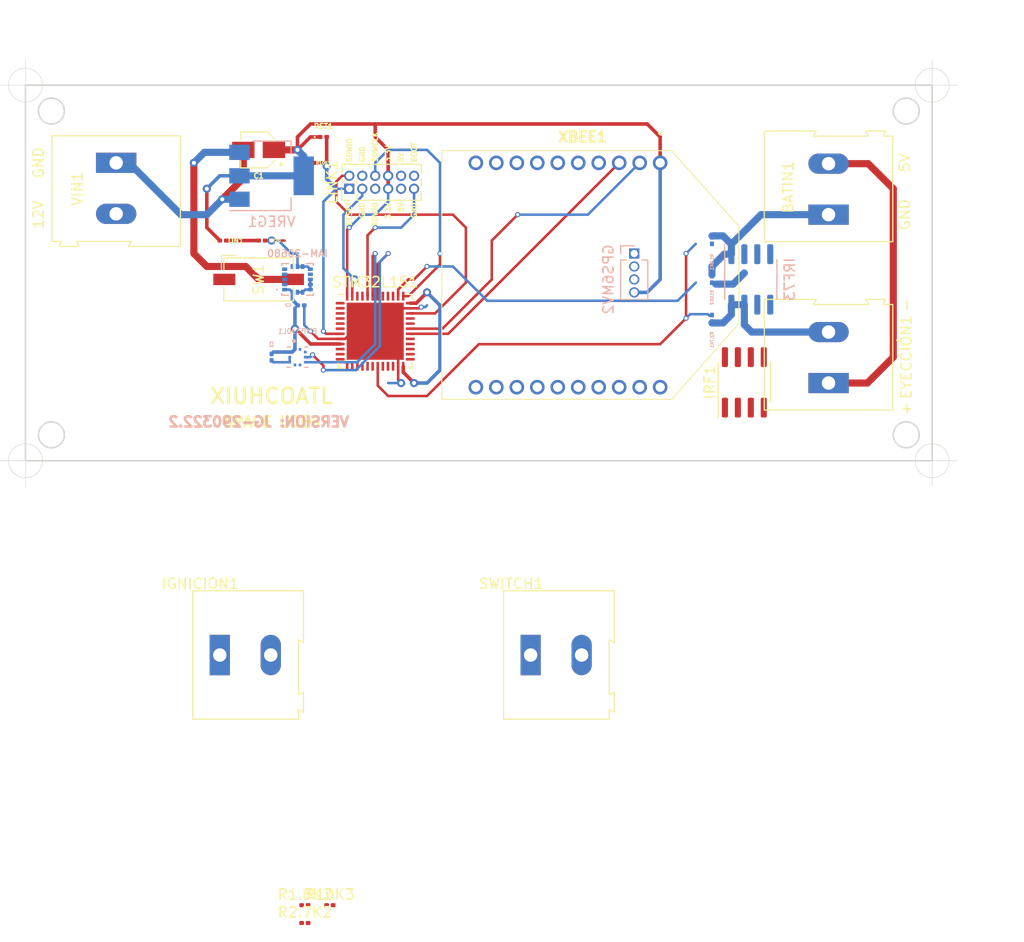
<source format=kicad_pcb>
(kicad_pcb (version 20171130) (host pcbnew 5.1.9+dfsg1-1)

  (general
    (thickness 1.6)
    (drawings 17)
    (tracks 232)
    (zones 0)
    (modules 28)
    (nets 23)
  )

  (page A4)
  (layers
    (0 F.Cu signal)
    (31 B.Cu signal)
    (32 B.Adhes user)
    (33 F.Adhes user)
    (34 B.Paste user)
    (35 F.Paste user)
    (36 B.SilkS user)
    (37 F.SilkS user)
    (38 B.Mask user)
    (39 F.Mask user)
    (40 Dwgs.User user)
    (41 Cmts.User user)
    (42 Eco1.User user)
    (43 Eco2.User user)
    (44 Edge.Cuts user)
    (45 Margin user)
    (46 B.CrtYd user)
    (47 F.CrtYd user)
    (48 B.Fab user)
    (49 F.Fab user)
  )

  (setup
    (last_trace_width 0.25)
    (user_trace_width 0.35)
    (user_trace_width 0.7)
    (trace_clearance 0.2)
    (zone_clearance 0.508)
    (zone_45_only yes)
    (trace_min 0.2)
    (via_size 0.8)
    (via_drill 0.4)
    (via_min_size 0.4)
    (via_min_drill 0.3)
    (user_via 0.5 0.3)
    (uvia_size 0.3)
    (uvia_drill 0.1)
    (uvias_allowed yes)
    (uvia_min_size 0.2)
    (uvia_min_drill 0.1)
    (edge_width 0.05)
    (segment_width 0.2)
    (pcb_text_width 0.3)
    (pcb_text_size 1.5 1.5)
    (mod_edge_width 0.12)
    (mod_text_size 1 1)
    (mod_text_width 0.15)
    (pad_size 5.6 5.6)
    (pad_drill 0)
    (pad_to_mask_clearance 0)
    (aux_axis_origin 0 0)
    (visible_elements FFFFFF7F)
    (pcbplotparams
      (layerselection 0x010fc_ffffffff)
      (usegerberextensions false)
      (usegerberattributes true)
      (usegerberadvancedattributes true)
      (creategerberjobfile true)
      (excludeedgelayer true)
      (linewidth 0.100000)
      (plotframeref false)
      (viasonmask false)
      (mode 1)
      (useauxorigin false)
      (hpglpennumber 1)
      (hpglpenspeed 20)
      (hpglpendiameter 15.000000)
      (psnegative false)
      (psa4output false)
      (plotreference true)
      (plotvalue true)
      (plotinvisibletext false)
      (padsonsilk false)
      (subtractmaskfromsilk false)
      (outputformat 1)
      (mirror false)
      (drillshape 1)
      (scaleselection 1)
      (outputdirectory ""))
  )

  (net 0 "")
  (net 1 GND)
  (net 2 +12V)
  (net 3 "Net-(ON1-Pad2)")
  (net 4 BATGND)
  (net 5 IGNICION)
  (net 6 SDWCLK)
  (net 7 SDWIO)
  (net 8 BOOT)
  (net 9 BMPSDO)
  (net 10 BMPSDI)
  (net 11 LEDIGNICION)
  (net 12 VCC)
  (net 13 TXBEE)
  (net 14 RXBEE)
  (net 15 5V)
  (net 16 "Net-(EYECCIÓN1-Pad2)")
  (net 17 "Net-(IGNICION1-Pad2)")
  (net 18 EYECCIÓN)
  (net 19 RESET)
  (net 20 LEDEYECCIÓN)
  (net 21 SW2)
  (net 22 SW1)

  (net_class Default "This is the default net class."
    (clearance 0.2)
    (trace_width 0.25)
    (via_dia 0.8)
    (via_drill 0.4)
    (uvia_dia 0.3)
    (uvia_drill 0.1)
    (add_net +12V)
    (add_net 5V)
    (add_net BATGND)
    (add_net BMPSDI)
    (add_net BMPSDO)
    (add_net BOOT)
    (add_net EYECCIÓN)
    (add_net GND)
    (add_net IGNICION)
    (add_net LEDEYECCIÓN)
    (add_net LEDIGNICION)
    (add_net "Net-(EYECCIÓN1-Pad2)")
    (add_net "Net-(IGNICION1-Pad2)")
    (add_net "Net-(ON1-Pad2)")
    (add_net RESET)
    (add_net RXBEE)
    (add_net SDWCLK)
    (add_net SDWIO)
    (add_net SW1)
    (add_net SW2)
    (add_net TXBEE)
    (add_net VCC)
  )

  (module TerminalBlock:TerminalBlock_Altech_AK300-2_P5.00mm (layer F.Cu) (tedit 6246626D) (tstamp 62397E19)
    (at 173.99 106.68 90)
    (descr "Altech AK300 terminal block, pitch 5.0mm, 45 degree angled, see http://www.mouser.com/ds/2/16/PCBMETRC-24178.pdf")
    (tags "Altech AK300 terminal block pitch 5.0mm")
    (path /623FAB2F)
    (fp_text reference EYECCIÓN1 (at 2.54 7.62 90) (layer F.SilkS)
      (effects (font (size 1 1) (thickness 0.15)))
    )
    (fp_text value Screw_Terminal_01x02 (at 2.78 7.75 90) (layer F.Fab)
      (effects (font (size 1 1) (thickness 0.15)))
    )
    (fp_line (start 8.36 6.47) (end -2.83 6.47) (layer F.CrtYd) (width 0.05))
    (fp_line (start 8.36 6.47) (end 8.36 -6.47) (layer F.CrtYd) (width 0.05))
    (fp_line (start -2.83 -6.47) (end -2.83 6.47) (layer F.CrtYd) (width 0.05))
    (fp_line (start -2.83 -6.47) (end 8.36 -6.47) (layer F.CrtYd) (width 0.05))
    (fp_line (start 3.36 -0.25) (end 6.67 -0.25) (layer F.Fab) (width 0.1))
    (fp_line (start 2.98 -0.25) (end 3.36 -0.25) (layer F.Fab) (width 0.1))
    (fp_line (start 7.05 -0.25) (end 6.67 -0.25) (layer F.Fab) (width 0.1))
    (fp_line (start 6.67 -0.64) (end 3.36 -0.64) (layer F.Fab) (width 0.1))
    (fp_line (start 7.61 -0.64) (end 6.67 -0.64) (layer F.Fab) (width 0.1))
    (fp_line (start 1.66 -0.64) (end 3.36 -0.64) (layer F.Fab) (width 0.1))
    (fp_line (start -1.64 -0.64) (end 1.66 -0.64) (layer F.Fab) (width 0.1))
    (fp_line (start -2.58 -0.64) (end -1.64 -0.64) (layer F.Fab) (width 0.1))
    (fp_line (start 1.66 -0.25) (end -1.64 -0.25) (layer F.Fab) (width 0.1))
    (fp_line (start 2.04 -0.25) (end 1.66 -0.25) (layer F.Fab) (width 0.1))
    (fp_line (start -2.02 -0.25) (end -1.64 -0.25) (layer F.Fab) (width 0.1))
    (fp_line (start -1.49 -4.32) (end 1.56 -4.95) (layer F.Fab) (width 0.1))
    (fp_line (start -1.62 -4.45) (end 1.44 -5.08) (layer F.Fab) (width 0.1))
    (fp_line (start 3.52 -4.32) (end 6.56 -4.95) (layer F.Fab) (width 0.1))
    (fp_line (start 3.39 -4.45) (end 6.44 -5.08) (layer F.Fab) (width 0.1))
    (fp_line (start 2.04 -5.97) (end -2.02 -5.97) (layer F.Fab) (width 0.1))
    (fp_line (start -2.02 -3.43) (end -2.02 -5.97) (layer F.Fab) (width 0.1))
    (fp_line (start 2.04 -3.43) (end -2.02 -3.43) (layer F.Fab) (width 0.1))
    (fp_line (start 2.04 -3.43) (end 2.04 -5.97) (layer F.Fab) (width 0.1))
    (fp_line (start 7.05 -3.43) (end 2.98 -3.43) (layer F.Fab) (width 0.1))
    (fp_line (start 7.05 -5.97) (end 7.05 -3.43) (layer F.Fab) (width 0.1))
    (fp_line (start 2.98 -5.97) (end 7.05 -5.97) (layer F.Fab) (width 0.1))
    (fp_line (start 2.98 -3.43) (end 2.98 -5.97) (layer F.Fab) (width 0.1))
    (fp_line (start 7.61 -3.17) (end 7.61 -1.65) (layer F.Fab) (width 0.1))
    (fp_line (start -2.58 -3.17) (end -2.58 -6.22) (layer F.Fab) (width 0.1))
    (fp_line (start -2.58 -3.17) (end 7.61 -3.17) (layer F.Fab) (width 0.1))
    (fp_line (start 7.61 -0.64) (end 7.61 4.06) (layer F.Fab) (width 0.1))
    (fp_line (start 7.61 -1.65) (end 7.61 -0.64) (layer F.Fab) (width 0.1))
    (fp_line (start -2.58 -0.64) (end -2.58 -3.17) (layer F.Fab) (width 0.1))
    (fp_line (start -2.58 6.22) (end -2.58 -0.64) (layer F.Fab) (width 0.1))
    (fp_line (start 6.67 0.51) (end 6.28 0.51) (layer F.Fab) (width 0.1))
    (fp_line (start 3.36 0.51) (end 3.74 0.51) (layer F.Fab) (width 0.1))
    (fp_line (start 1.66 0.51) (end 1.28 0.51) (layer F.Fab) (width 0.1))
    (fp_line (start -1.64 0.51) (end -1.26 0.51) (layer F.Fab) (width 0.1))
    (fp_line (start -1.64 3.68) (end -1.64 0.51) (layer F.Fab) (width 0.1))
    (fp_line (start 1.66 3.68) (end -1.64 3.68) (layer F.Fab) (width 0.1))
    (fp_line (start 1.66 3.68) (end 1.66 0.51) (layer F.Fab) (width 0.1))
    (fp_line (start 3.36 3.68) (end 3.36 0.51) (layer F.Fab) (width 0.1))
    (fp_line (start 6.67 3.68) (end 3.36 3.68) (layer F.Fab) (width 0.1))
    (fp_line (start 6.67 3.68) (end 6.67 0.51) (layer F.Fab) (width 0.1))
    (fp_line (start -2.02 4.32) (end -2.02 6.22) (layer F.Fab) (width 0.1))
    (fp_line (start 2.04 4.32) (end 2.04 -0.25) (layer F.Fab) (width 0.1))
    (fp_line (start 2.04 4.32) (end -2.02 4.32) (layer F.Fab) (width 0.1))
    (fp_line (start 7.05 4.32) (end 7.05 6.22) (layer F.Fab) (width 0.1))
    (fp_line (start 2.98 4.32) (end 2.98 -0.25) (layer F.Fab) (width 0.1))
    (fp_line (start 2.98 4.32) (end 7.05 4.32) (layer F.Fab) (width 0.1))
    (fp_line (start -2.02 6.22) (end 2.04 6.22) (layer F.Fab) (width 0.1))
    (fp_line (start -2.58 6.22) (end -2.02 6.22) (layer F.Fab) (width 0.1))
    (fp_line (start -2.02 -0.25) (end -2.02 4.32) (layer F.Fab) (width 0.1))
    (fp_line (start 2.04 6.22) (end 2.98 6.22) (layer F.Fab) (width 0.1))
    (fp_line (start 2.04 6.22) (end 2.04 4.32) (layer F.Fab) (width 0.1))
    (fp_line (start 7.05 6.22) (end 7.61 6.22) (layer F.Fab) (width 0.1))
    (fp_line (start 2.98 6.22) (end 7.05 6.22) (layer F.Fab) (width 0.1))
    (fp_line (start 7.05 -0.25) (end 7.05 4.32) (layer F.Fab) (width 0.1))
    (fp_line (start 2.98 6.22) (end 2.98 4.32) (layer F.Fab) (width 0.1))
    (fp_line (start 8.11 3.81) (end 8.11 5.46) (layer F.Fab) (width 0.1))
    (fp_line (start 7.61 4.06) (end 7.61 5.21) (layer F.Fab) (width 0.1))
    (fp_line (start 8.11 3.81) (end 7.61 4.06) (layer F.Fab) (width 0.1))
    (fp_line (start 7.61 5.21) (end 7.61 6.22) (layer F.Fab) (width 0.1))
    (fp_line (start 8.11 5.46) (end 7.61 5.21) (layer F.Fab) (width 0.1))
    (fp_line (start 8.11 -1.4) (end 7.61 -1.65) (layer F.Fab) (width 0.1))
    (fp_line (start 8.11 -6.22) (end 8.11 -1.4) (layer F.Fab) (width 0.1))
    (fp_line (start 7.61 -6.22) (end 8.11 -6.22) (layer F.Fab) (width 0.1))
    (fp_line (start 7.61 -6.22) (end -2.58 -6.22) (layer F.Fab) (width 0.1))
    (fp_line (start 7.61 -6.22) (end 7.61 -3.17) (layer F.Fab) (width 0.1))
    (fp_line (start 3.74 2.54) (end 3.74 -0.25) (layer F.Fab) (width 0.1))
    (fp_line (start 3.74 -0.25) (end 6.28 -0.25) (layer F.Fab) (width 0.1))
    (fp_line (start 6.28 2.54) (end 6.28 -0.25) (layer F.Fab) (width 0.1))
    (fp_line (start 3.74 2.54) (end 6.28 2.54) (layer F.Fab) (width 0.1))
    (fp_line (start -1.26 2.54) (end -1.26 -0.25) (layer F.Fab) (width 0.1))
    (fp_line (start -1.26 -0.25) (end 1.28 -0.25) (layer F.Fab) (width 0.1))
    (fp_line (start 1.28 2.54) (end 1.28 -0.25) (layer F.Fab) (width 0.1))
    (fp_line (start -1.26 2.54) (end 1.28 2.54) (layer F.Fab) (width 0.1))
    (fp_line (start 8.2 -6.3) (end -2.65 -6.3) (layer F.SilkS) (width 0.12))
    (fp_line (start 8.2 -1.2) (end 8.2 -6.3) (layer F.SilkS) (width 0.12))
    (fp_line (start 7.7 -1.5) (end 8.2 -1.2) (layer F.SilkS) (width 0.12))
    (fp_line (start 7.7 3.9) (end 7.7 -1.5) (layer F.SilkS) (width 0.12))
    (fp_line (start 8.2 3.65) (end 7.7 3.9) (layer F.SilkS) (width 0.12))
    (fp_line (start 8.2 3.7) (end 8.2 3.65) (layer F.SilkS) (width 0.12))
    (fp_line (start 8.2 5.6) (end 8.2 3.7) (layer F.SilkS) (width 0.12))
    (fp_line (start 7.7 5.35) (end 8.2 5.6) (layer F.SilkS) (width 0.12))
    (fp_line (start 7.7 6.3) (end 7.7 5.35) (layer F.SilkS) (width 0.12))
    (fp_line (start -2.65 6.3) (end 7.7 6.3) (layer F.SilkS) (width 0.12))
    (fp_line (start -2.65 -6.3) (end -2.65 6.3) (layer F.SilkS) (width 0.12))
    (fp_text user %R (at 2.5 -2 90) (layer F.Fab)
      (effects (font (size 1 1) (thickness 0.15)))
    )
    (fp_arc (start 6.03 -4.59) (end 6.54 -5.05) (angle 90.5) (layer F.Fab) (width 0.1))
    (fp_arc (start 5.07 -6.07) (end 6.53 -4.12) (angle 75.5) (layer F.Fab) (width 0.1))
    (fp_arc (start 4.99 -3.71) (end 3.39 -5) (angle 100) (layer F.Fab) (width 0.1))
    (fp_arc (start 3.87 -4.65) (end 3.58 -4.13) (angle 104.2) (layer F.Fab) (width 0.1))
    (fp_arc (start 1.03 -4.59) (end 1.53 -5.05) (angle 90.5) (layer F.Fab) (width 0.1))
    (fp_arc (start 0.06 -6.07) (end 1.53 -4.12) (angle 75.5) (layer F.Fab) (width 0.1))
    (fp_arc (start -0.01 -3.71) (end -1.62 -5) (angle 100) (layer F.Fab) (width 0.1))
    (fp_arc (start -1.13 -4.65) (end -1.42 -4.13) (angle 104.2) (layer F.Fab) (width 0.1))
    (fp_text user + (at -2.54 7.62 90) (layer F.SilkS)
      (effects (font (size 1 1) (thickness 0.15)))
    )
    (fp_text user - (at 7.62 7.62 90) (layer F.SilkS)
      (effects (font (size 1 1) (thickness 0.15)))
    )
    (pad 1 thru_hole rect (at 0 0 90) (size 1.98 3.96) (drill 1.32) (layers *.Cu *.Mask)
      (net 15 5V))
    (pad 2 thru_hole oval (at 5 0 90) (size 1.98 3.96) (drill 1.32) (layers *.Cu *.Mask)
      (net 16 "Net-(EYECCIÓN1-Pad2)"))
    (model ${KISYS3DMOD}/TerminalBlock_Phoenix.3dshapes/TerminalBlock_Phoenix_MKDS-1,5-2-5.08_1x02_P5.08mm_Horizontal.step
      (at (xyz 0 0 0))
      (scale (xyz 1 1 1))
      (rotate (xyz 0 0 0))
    )
  )

  (module TerminalBlock:TerminalBlock_Altech_AK300-2_P5.00mm (layer F.Cu) (tedit 6246622E) (tstamp 62397E80)
    (at 173.99 90.17 90)
    (descr "Altech AK300 terminal block, pitch 5.0mm, 45 degree angled, see http://www.mouser.com/ds/2/16/PCBMETRC-24178.pdf")
    (tags "Altech AK300 terminal block pitch 5.0mm")
    (path /623B01E8)
    (fp_text reference BATIN1 (at 2.684999 -3.955001 90) (layer F.SilkS)
      (effects (font (size 1 1) (thickness 0.15)))
    )
    (fp_text value Screw_Terminal_01x02 (at 2.78 7.75 90) (layer F.Fab)
      (effects (font (size 1 1) (thickness 0.15)))
    )
    (fp_line (start -2.65 -6.3) (end -2.65 6.3) (layer F.SilkS) (width 0.12))
    (fp_line (start -2.65 6.3) (end 7.7 6.3) (layer F.SilkS) (width 0.12))
    (fp_line (start 7.7 6.3) (end 7.7 5.35) (layer F.SilkS) (width 0.12))
    (fp_line (start 7.7 5.35) (end 8.2 5.6) (layer F.SilkS) (width 0.12))
    (fp_line (start 8.2 5.6) (end 8.2 3.7) (layer F.SilkS) (width 0.12))
    (fp_line (start 8.2 3.7) (end 8.2 3.65) (layer F.SilkS) (width 0.12))
    (fp_line (start 8.2 3.65) (end 7.7 3.9) (layer F.SilkS) (width 0.12))
    (fp_line (start 7.7 3.9) (end 7.7 -1.5) (layer F.SilkS) (width 0.12))
    (fp_line (start 7.7 -1.5) (end 8.2 -1.2) (layer F.SilkS) (width 0.12))
    (fp_line (start 8.2 -1.2) (end 8.2 -6.3) (layer F.SilkS) (width 0.12))
    (fp_line (start 8.2 -6.3) (end -2.65 -6.3) (layer F.SilkS) (width 0.12))
    (fp_line (start -1.26 2.54) (end 1.28 2.54) (layer F.Fab) (width 0.1))
    (fp_line (start 1.28 2.54) (end 1.28 -0.25) (layer F.Fab) (width 0.1))
    (fp_line (start -1.26 -0.25) (end 1.28 -0.25) (layer F.Fab) (width 0.1))
    (fp_line (start -1.26 2.54) (end -1.26 -0.25) (layer F.Fab) (width 0.1))
    (fp_line (start 3.74 2.54) (end 6.28 2.54) (layer F.Fab) (width 0.1))
    (fp_line (start 6.28 2.54) (end 6.28 -0.25) (layer F.Fab) (width 0.1))
    (fp_line (start 3.74 -0.25) (end 6.28 -0.25) (layer F.Fab) (width 0.1))
    (fp_line (start 3.74 2.54) (end 3.74 -0.25) (layer F.Fab) (width 0.1))
    (fp_line (start 7.61 -6.22) (end 7.61 -3.17) (layer F.Fab) (width 0.1))
    (fp_line (start 7.61 -6.22) (end -2.58 -6.22) (layer F.Fab) (width 0.1))
    (fp_line (start 7.61 -6.22) (end 8.11 -6.22) (layer F.Fab) (width 0.1))
    (fp_line (start 8.11 -6.22) (end 8.11 -1.4) (layer F.Fab) (width 0.1))
    (fp_line (start 8.11 -1.4) (end 7.61 -1.65) (layer F.Fab) (width 0.1))
    (fp_line (start 8.11 5.46) (end 7.61 5.21) (layer F.Fab) (width 0.1))
    (fp_line (start 7.61 5.21) (end 7.61 6.22) (layer F.Fab) (width 0.1))
    (fp_line (start 8.11 3.81) (end 7.61 4.06) (layer F.Fab) (width 0.1))
    (fp_line (start 7.61 4.06) (end 7.61 5.21) (layer F.Fab) (width 0.1))
    (fp_line (start 8.11 3.81) (end 8.11 5.46) (layer F.Fab) (width 0.1))
    (fp_line (start 2.98 6.22) (end 2.98 4.32) (layer F.Fab) (width 0.1))
    (fp_line (start 7.05 -0.25) (end 7.05 4.32) (layer F.Fab) (width 0.1))
    (fp_line (start 2.98 6.22) (end 7.05 6.22) (layer F.Fab) (width 0.1))
    (fp_line (start 7.05 6.22) (end 7.61 6.22) (layer F.Fab) (width 0.1))
    (fp_line (start 2.04 6.22) (end 2.04 4.32) (layer F.Fab) (width 0.1))
    (fp_line (start 2.04 6.22) (end 2.98 6.22) (layer F.Fab) (width 0.1))
    (fp_line (start -2.02 -0.25) (end -2.02 4.32) (layer F.Fab) (width 0.1))
    (fp_line (start -2.58 6.22) (end -2.02 6.22) (layer F.Fab) (width 0.1))
    (fp_line (start -2.02 6.22) (end 2.04 6.22) (layer F.Fab) (width 0.1))
    (fp_line (start 2.98 4.32) (end 7.05 4.32) (layer F.Fab) (width 0.1))
    (fp_line (start 2.98 4.32) (end 2.98 -0.25) (layer F.Fab) (width 0.1))
    (fp_line (start 7.05 4.32) (end 7.05 6.22) (layer F.Fab) (width 0.1))
    (fp_line (start 2.04 4.32) (end -2.02 4.32) (layer F.Fab) (width 0.1))
    (fp_line (start 2.04 4.32) (end 2.04 -0.25) (layer F.Fab) (width 0.1))
    (fp_line (start -2.02 4.32) (end -2.02 6.22) (layer F.Fab) (width 0.1))
    (fp_line (start 6.67 3.68) (end 6.67 0.51) (layer F.Fab) (width 0.1))
    (fp_line (start 6.67 3.68) (end 3.36 3.68) (layer F.Fab) (width 0.1))
    (fp_line (start 3.36 3.68) (end 3.36 0.51) (layer F.Fab) (width 0.1))
    (fp_line (start 1.66 3.68) (end 1.66 0.51) (layer F.Fab) (width 0.1))
    (fp_line (start 1.66 3.68) (end -1.64 3.68) (layer F.Fab) (width 0.1))
    (fp_line (start -1.64 3.68) (end -1.64 0.51) (layer F.Fab) (width 0.1))
    (fp_line (start -1.64 0.51) (end -1.26 0.51) (layer F.Fab) (width 0.1))
    (fp_line (start 1.66 0.51) (end 1.28 0.51) (layer F.Fab) (width 0.1))
    (fp_line (start 3.36 0.51) (end 3.74 0.51) (layer F.Fab) (width 0.1))
    (fp_line (start 6.67 0.51) (end 6.28 0.51) (layer F.Fab) (width 0.1))
    (fp_line (start -2.58 6.22) (end -2.58 -0.64) (layer F.Fab) (width 0.1))
    (fp_line (start -2.58 -0.64) (end -2.58 -3.17) (layer F.Fab) (width 0.1))
    (fp_line (start 7.61 -1.65) (end 7.61 -0.64) (layer F.Fab) (width 0.1))
    (fp_line (start 7.61 -0.64) (end 7.61 4.06) (layer F.Fab) (width 0.1))
    (fp_line (start -2.58 -3.17) (end 7.61 -3.17) (layer F.Fab) (width 0.1))
    (fp_line (start -2.58 -3.17) (end -2.58 -6.22) (layer F.Fab) (width 0.1))
    (fp_line (start 7.61 -3.17) (end 7.61 -1.65) (layer F.Fab) (width 0.1))
    (fp_line (start 2.98 -3.43) (end 2.98 -5.97) (layer F.Fab) (width 0.1))
    (fp_line (start 2.98 -5.97) (end 7.05 -5.97) (layer F.Fab) (width 0.1))
    (fp_line (start 7.05 -5.97) (end 7.05 -3.43) (layer F.Fab) (width 0.1))
    (fp_line (start 7.05 -3.43) (end 2.98 -3.43) (layer F.Fab) (width 0.1))
    (fp_line (start 2.04 -3.43) (end 2.04 -5.97) (layer F.Fab) (width 0.1))
    (fp_line (start 2.04 -3.43) (end -2.02 -3.43) (layer F.Fab) (width 0.1))
    (fp_line (start -2.02 -3.43) (end -2.02 -5.97) (layer F.Fab) (width 0.1))
    (fp_line (start 2.04 -5.97) (end -2.02 -5.97) (layer F.Fab) (width 0.1))
    (fp_line (start 3.39 -4.45) (end 6.44 -5.08) (layer F.Fab) (width 0.1))
    (fp_line (start 3.52 -4.32) (end 6.56 -4.95) (layer F.Fab) (width 0.1))
    (fp_line (start -1.62 -4.45) (end 1.44 -5.08) (layer F.Fab) (width 0.1))
    (fp_line (start -1.49 -4.32) (end 1.56 -4.95) (layer F.Fab) (width 0.1))
    (fp_line (start -2.02 -0.25) (end -1.64 -0.25) (layer F.Fab) (width 0.1))
    (fp_line (start 2.04 -0.25) (end 1.66 -0.25) (layer F.Fab) (width 0.1))
    (fp_line (start 1.66 -0.25) (end -1.64 -0.25) (layer F.Fab) (width 0.1))
    (fp_line (start -2.58 -0.64) (end -1.64 -0.64) (layer F.Fab) (width 0.1))
    (fp_line (start -1.64 -0.64) (end 1.66 -0.64) (layer F.Fab) (width 0.1))
    (fp_line (start 1.66 -0.64) (end 3.36 -0.64) (layer F.Fab) (width 0.1))
    (fp_line (start 7.61 -0.64) (end 6.67 -0.64) (layer F.Fab) (width 0.1))
    (fp_line (start 6.67 -0.64) (end 3.36 -0.64) (layer F.Fab) (width 0.1))
    (fp_line (start 7.05 -0.25) (end 6.67 -0.25) (layer F.Fab) (width 0.1))
    (fp_line (start 2.98 -0.25) (end 3.36 -0.25) (layer F.Fab) (width 0.1))
    (fp_line (start 3.36 -0.25) (end 6.67 -0.25) (layer F.Fab) (width 0.1))
    (fp_line (start -2.83 -6.47) (end 8.36 -6.47) (layer F.CrtYd) (width 0.05))
    (fp_line (start -2.83 -6.47) (end -2.83 6.47) (layer F.CrtYd) (width 0.05))
    (fp_line (start 8.36 6.47) (end 8.36 -6.47) (layer F.CrtYd) (width 0.05))
    (fp_line (start 8.36 6.47) (end -2.83 6.47) (layer F.CrtYd) (width 0.05))
    (fp_arc (start -1.13 -4.65) (end -1.42 -4.13) (angle 104.2) (layer F.Fab) (width 0.1))
    (fp_arc (start -0.01 -3.71) (end -1.62 -5) (angle 100) (layer F.Fab) (width 0.1))
    (fp_arc (start 0.06 -6.07) (end 1.53 -4.12) (angle 75.5) (layer F.Fab) (width 0.1))
    (fp_arc (start 1.03 -4.59) (end 1.53 -5.05) (angle 90.5) (layer F.Fab) (width 0.1))
    (fp_arc (start 3.87 -4.65) (end 3.58 -4.13) (angle 104.2) (layer F.Fab) (width 0.1))
    (fp_arc (start 4.99 -3.71) (end 3.39 -5) (angle 100) (layer F.Fab) (width 0.1))
    (fp_arc (start 5.07 -6.07) (end 6.53 -4.12) (angle 75.5) (layer F.Fab) (width 0.1))
    (fp_arc (start 6.03 -4.59) (end 6.54 -5.05) (angle 90.5) (layer F.Fab) (width 0.1))
    (fp_text user %R (at 2.5 -2 90) (layer F.Fab)
      (effects (font (size 1 1) (thickness 0.15)))
    )
    (fp_text user 5V (at 5.08 7.474999 90) (layer F.SilkS)
      (effects (font (size 1 1) (thickness 0.15)))
    )
    (fp_text user GND (at 0 7.474999 90) (layer F.SilkS)
      (effects (font (size 1 1) (thickness 0.15)))
    )
    (pad 2 thru_hole oval (at 5 0 90) (size 1.98 3.96) (drill 1.32) (layers *.Cu *.Mask)
      (net 15 5V))
    (pad 1 thru_hole rect (at 0 0 90) (size 1.98 3.96) (drill 1.32) (layers *.Cu *.Mask)
      (net 4 BATGND))
    (model ${KISYS3DMOD}/TerminalBlock_Phoenix.3dshapes/TerminalBlock_Phoenix_MKDS-1,5-2-5.08_1x02_P5.08mm_Horizontal.step
      (at (xyz 0 0 0))
      (scale (xyz 1 1 1))
      (rotate (xyz 0 0 0))
    )
  )

  (module Package_DFN_QFN:QFN-48-1EP_7x7mm_P0.5mm_EP5.6x5.6mm (layer F.Cu) (tedit 6242BA49) (tstamp 622C3695)
    (at 129.54 101.6)
    (descr "QFN, 48 Pin (http://www.st.com/resource/en/datasheet/stm32f042k6.pdf#page=94), generated with kicad-footprint-generator ipc_noLead_generator.py")
    (tags "QFN NoLead")
    (path /622BA5CA)
    (attr smd)
    (fp_text reference STM32L151 (at 0 -4.82) (layer F.SilkS)
      (effects (font (size 1 1) (thickness 0.15)))
    )
    (fp_text value STM32L151C6UxA (at 0 4.82) (layer F.Fab)
      (effects (font (size 1 1) (thickness 0.15)))
    )
    (fp_line (start 4.12 -4.12) (end -4.12 -4.12) (layer F.CrtYd) (width 0.05))
    (fp_line (start 4.12 4.12) (end 4.12 -4.12) (layer F.CrtYd) (width 0.05))
    (fp_line (start -4.12 4.12) (end 4.12 4.12) (layer F.CrtYd) (width 0.05))
    (fp_line (start -4.12 -4.12) (end -4.12 4.12) (layer F.CrtYd) (width 0.05))
    (fp_line (start -3.5 -2.5) (end -2.5 -3.5) (layer F.Fab) (width 0.1))
    (fp_line (start -3.5 3.5) (end -3.5 -2.5) (layer F.Fab) (width 0.1))
    (fp_line (start 3.5 3.5) (end -3.5 3.5) (layer F.Fab) (width 0.1))
    (fp_line (start 3.5 -3.5) (end 3.5 3.5) (layer F.Fab) (width 0.1))
    (fp_line (start -2.5 -3.5) (end 3.5 -3.5) (layer F.Fab) (width 0.1))
    (fp_line (start -3.135 -3.61) (end -3.61 -3.61) (layer F.SilkS) (width 0.12))
    (fp_line (start 3.61 3.61) (end 3.61 3.135) (layer F.SilkS) (width 0.12))
    (fp_line (start 3.135 3.61) (end 3.61 3.61) (layer F.SilkS) (width 0.12))
    (fp_line (start -3.61 3.61) (end -3.61 3.135) (layer F.SilkS) (width 0.12))
    (fp_line (start -3.135 3.61) (end -3.61 3.61) (layer F.SilkS) (width 0.12))
    (fp_line (start 3.61 -3.61) (end 3.61 -3.135) (layer F.SilkS) (width 0.12))
    (fp_line (start 3.135 -3.61) (end 3.61 -3.61) (layer F.SilkS) (width 0.12))
    (pad "" smd roundrect (at 2.1 2.1) (size 1.13 1.13) (layers F.Paste) (roundrect_rratio 0.221239))
    (pad "" smd roundrect (at 2.1 0.7) (size 1.13 1.13) (layers F.Paste) (roundrect_rratio 0.221239))
    (pad "" smd roundrect (at 2.1 -0.7) (size 1.13 1.13) (layers F.Paste) (roundrect_rratio 0.221239))
    (pad "" smd roundrect (at 2.1 -2.1) (size 1.13 1.13) (layers F.Paste) (roundrect_rratio 0.221239))
    (pad "" smd roundrect (at 0.7 2.1) (size 1.13 1.13) (layers F.Paste) (roundrect_rratio 0.221239))
    (pad "" smd roundrect (at 0.7 0.7) (size 1.13 1.13) (layers F.Paste) (roundrect_rratio 0.221239))
    (pad "" smd roundrect (at 0.7 -0.7) (size 1.13 1.13) (layers F.Paste) (roundrect_rratio 0.221239))
    (pad "" smd roundrect (at 0.7 -2.1) (size 1.13 1.13) (layers F.Paste) (roundrect_rratio 0.221239))
    (pad "" smd roundrect (at -0.7 2.1) (size 1.13 1.13) (layers F.Paste) (roundrect_rratio 0.221239))
    (pad "" smd roundrect (at -0.7 0.7) (size 1.13 1.13) (layers F.Paste) (roundrect_rratio 0.221239))
    (pad "" smd roundrect (at -0.7 -0.7) (size 1.13 1.13) (layers F.Paste) (roundrect_rratio 0.221239))
    (pad "" smd roundrect (at -0.7 -2.1) (size 1.13 1.13) (layers F.Paste) (roundrect_rratio 0.221239))
    (pad "" smd roundrect (at -2.1 2.1) (size 1.13 1.13) (layers F.Paste) (roundrect_rratio 0.221239))
    (pad "" smd roundrect (at -2.1 0.7) (size 1.13 1.13) (layers F.Paste) (roundrect_rratio 0.221239))
    (pad "" smd roundrect (at -2.1 -0.7) (size 1.13 1.13) (layers F.Paste) (roundrect_rratio 0.221239))
    (pad "" smd roundrect (at -2.1 -2.1) (size 1.13 1.13) (layers F.Paste) (roundrect_rratio 0.221239))
    (pad 49 smd rect (at 0 0) (size 5.6 5.6) (layers F.Cu F.Paste F.Mask)
      (net 1 GND))
    (pad 48 smd roundrect (at -2.75 -3.4375) (size 0.25 0.875) (layers F.Cu F.Paste F.Mask) (roundrect_rratio 0.25)
      (net 12 VCC))
    (pad 47 smd roundrect (at -2.25 -3.4375) (size 0.25 0.875) (layers F.Cu F.Paste F.Mask) (roundrect_rratio 0.25)
      (net 1 GND))
    (pad 46 smd roundrect (at -1.75 -3.4375) (size 0.25 0.875) (layers F.Cu F.Paste F.Mask) (roundrect_rratio 0.25))
    (pad 45 smd roundrect (at -1.25 -3.4375) (size 0.25 0.875) (layers F.Cu F.Paste F.Mask) (roundrect_rratio 0.25))
    (pad 44 smd roundrect (at -0.75 -3.4375) (size 0.25 0.875) (layers F.Cu F.Paste F.Mask) (roundrect_rratio 0.25)
      (net 8 BOOT))
    (pad 43 smd roundrect (at -0.25 -3.4375) (size 0.25 0.875) (layers F.Cu F.Paste F.Mask) (roundrect_rratio 0.25)
      (net 9 BMPSDO))
    (pad 42 smd roundrect (at 0.25 -3.4375) (size 0.25 0.875) (layers F.Cu F.Paste F.Mask) (roundrect_rratio 0.25)
      (net 10 BMPSDI))
    (pad 41 smd roundrect (at 0.75 -3.4375) (size 0.25 0.875) (layers F.Cu F.Paste F.Mask) (roundrect_rratio 0.25))
    (pad 40 smd roundrect (at 1.25 -3.4375) (size 0.25 0.875) (layers F.Cu F.Paste F.Mask) (roundrect_rratio 0.25))
    (pad 39 smd roundrect (at 1.75 -3.4375) (size 0.25 0.875) (layers F.Cu F.Paste F.Mask) (roundrect_rratio 0.25))
    (pad 38 smd roundrect (at 2.25 -3.4375) (size 0.25 0.875) (layers F.Cu F.Paste F.Mask) (roundrect_rratio 0.25)
      (net 5 IGNICION))
    (pad 37 smd roundrect (at 2.75 -3.4375) (size 0.25 0.875) (layers F.Cu F.Paste F.Mask) (roundrect_rratio 0.25)
      (net 6 SDWCLK))
    (pad 36 smd roundrect (at 3.4375 -2.75) (size 0.875 0.25) (layers F.Cu F.Paste F.Mask) (roundrect_rratio 0.25)
      (net 12 VCC))
    (pad 35 smd roundrect (at 3.4375 -2.25) (size 0.875 0.25) (layers F.Cu F.Paste F.Mask) (roundrect_rratio 0.25)
      (net 1 GND))
    (pad 34 smd roundrect (at 3.4375 -1.75) (size 0.875 0.25) (layers F.Cu F.Paste F.Mask) (roundrect_rratio 0.25)
      (net 7 SDWIO))
    (pad 33 smd roundrect (at 3.4375 -1.25) (size 0.875 0.25) (layers F.Cu F.Paste F.Mask) (roundrect_rratio 0.25)
      (net 18 EYECCIÓN))
    (pad 32 smd roundrect (at 3.4375 -0.75) (size 0.875 0.25) (layers F.Cu F.Paste F.Mask) (roundrect_rratio 0.25))
    (pad 31 smd roundrect (at 3.4375 -0.25) (size 0.875 0.25) (layers F.Cu F.Paste F.Mask) (roundrect_rratio 0.25)
      (net 13 TXBEE))
    (pad 30 smd roundrect (at 3.4375 0.25) (size 0.875 0.25) (layers F.Cu F.Paste F.Mask) (roundrect_rratio 0.25)
      (net 14 RXBEE))
    (pad 29 smd roundrect (at 3.4375 0.75) (size 0.875 0.25) (layers F.Cu F.Paste F.Mask) (roundrect_rratio 0.25))
    (pad 28 smd roundrect (at 3.4375 1.25) (size 0.875 0.25) (layers F.Cu F.Paste F.Mask) (roundrect_rratio 0.25))
    (pad 27 smd roundrect (at 3.4375 1.75) (size 0.875 0.25) (layers F.Cu F.Paste F.Mask) (roundrect_rratio 0.25))
    (pad 26 smd roundrect (at 3.4375 2.25) (size 0.875 0.25) (layers F.Cu F.Paste F.Mask) (roundrect_rratio 0.25))
    (pad 25 smd roundrect (at 3.4375 2.75) (size 0.875 0.25) (layers F.Cu F.Paste F.Mask) (roundrect_rratio 0.25))
    (pad 24 smd roundrect (at 2.75 3.4375) (size 0.25 0.875) (layers F.Cu F.Paste F.Mask) (roundrect_rratio 0.25)
      (net 12 VCC))
    (pad 23 smd roundrect (at 2.25 3.4375) (size 0.25 0.875) (layers F.Cu F.Paste F.Mask) (roundrect_rratio 0.25)
      (net 1 GND))
    (pad 22 smd roundrect (at 1.75 3.4375) (size 0.25 0.875) (layers F.Cu F.Paste F.Mask) (roundrect_rratio 0.25))
    (pad 21 smd roundrect (at 1.25 3.4375) (size 0.25 0.875) (layers F.Cu F.Paste F.Mask) (roundrect_rratio 0.25))
    (pad 20 smd roundrect (at 0.75 3.4375) (size 0.25 0.875) (layers F.Cu F.Paste F.Mask) (roundrect_rratio 0.25))
    (pad 19 smd roundrect (at 0.25 3.4375) (size 0.25 0.875) (layers F.Cu F.Paste F.Mask) (roundrect_rratio 0.25)
      (net 11 LEDIGNICION))
    (pad 18 smd roundrect (at -0.25 3.4375) (size 0.25 0.875) (layers F.Cu F.Paste F.Mask) (roundrect_rratio 0.25))
    (pad 17 smd roundrect (at -0.75 3.4375) (size 0.25 0.875) (layers F.Cu F.Paste F.Mask) (roundrect_rratio 0.25))
    (pad 16 smd roundrect (at -1.25 3.4375) (size 0.25 0.875) (layers F.Cu F.Paste F.Mask) (roundrect_rratio 0.25))
    (pad 15 smd roundrect (at -1.75 3.4375) (size 0.25 0.875) (layers F.Cu F.Paste F.Mask) (roundrect_rratio 0.25))
    (pad 14 smd roundrect (at -2.25 3.4375) (size 0.25 0.875) (layers F.Cu F.Paste F.Mask) (roundrect_rratio 0.25))
    (pad 13 smd roundrect (at -2.75 3.4375) (size 0.25 0.875) (layers F.Cu F.Paste F.Mask) (roundrect_rratio 0.25))
    (pad 12 smd roundrect (at -3.4375 2.75) (size 0.875 0.25) (layers F.Cu F.Paste F.Mask) (roundrect_rratio 0.25))
    (pad 11 smd roundrect (at -3.4375 2.25) (size 0.875 0.25) (layers F.Cu F.Paste F.Mask) (roundrect_rratio 0.25))
    (pad 10 smd roundrect (at -3.4375 1.75) (size 0.875 0.25) (layers F.Cu F.Paste F.Mask) (roundrect_rratio 0.25))
    (pad 9 smd roundrect (at -3.4375 1.25) (size 0.875 0.25) (layers F.Cu F.Paste F.Mask) (roundrect_rratio 0.25)
      (net 12 VCC))
    (pad 8 smd roundrect (at -3.4375 0.75) (size 0.875 0.25) (layers F.Cu F.Paste F.Mask) (roundrect_rratio 0.25)
      (net 1 GND))
    (pad 7 smd roundrect (at -3.4375 0.25) (size 0.875 0.25) (layers F.Cu F.Paste F.Mask) (roundrect_rratio 0.25)
      (net 19 RESET))
    (pad 6 smd roundrect (at -3.4375 -0.25) (size 0.875 0.25) (layers F.Cu F.Paste F.Mask) (roundrect_rratio 0.25))
    (pad 5 smd roundrect (at -3.4375 -0.75) (size 0.875 0.25) (layers F.Cu F.Paste F.Mask) (roundrect_rratio 0.25))
    (pad 4 smd roundrect (at -3.4375 -1.25) (size 0.875 0.25) (layers F.Cu F.Paste F.Mask) (roundrect_rratio 0.25))
    (pad 3 smd roundrect (at -3.4375 -1.75) (size 0.875 0.25) (layers F.Cu F.Paste F.Mask) (roundrect_rratio 0.25))
    (pad 2 smd roundrect (at -3.4375 -2.25) (size 0.875 0.25) (layers F.Cu F.Paste F.Mask) (roundrect_rratio 0.25))
    (pad 1 smd roundrect (at -3.4375 -2.75) (size 0.875 0.25) (layers F.Cu F.Paste F.Mask) (roundrect_rratio 0.25))
    (model ${KISYS3DMOD}/Package_DFN_QFN.3dshapes/QFN-48-1EP_7x7mm_P0.5mm_EP5.6x5.6mm.wrl
      (at (xyz 0 0 0))
      (scale (xyz 1 1 1))
      (rotate (xyz 0 0 0))
    )
  )

  (module XBEEE:XB24CZ7UITB003 (layer F.Cu) (tedit 6242E9D1) (tstamp 6239354B)
    (at 157.48 85.09 90)
    (descr XB24CZ7UITB003-5)
    (tags "Integrated Circuit")
    (path /62391410)
    (fp_text reference XBEE1 (at 2.54 -7.62) (layer F.SilkS)
      (effects (font (size 1 1) (thickness 0.25)))
    )
    (fp_text value XB24CZ7UITB003 (at -10.095 -6.845 90) (layer F.SilkS) hide
      (effects (font (size 1.27 1.27) (thickness 0.254)))
    )
    (fp_line (start -23.19 -21.412) (end -23.19 1.118) (layer F.SilkS) (width 0.1))
    (fp_line (start 1.194 -21.412) (end -23.19 -21.412) (layer F.SilkS) (width 0.1))
    (fp_line (start 1.194 1.118) (end 1.194 -21.412) (layer F.SilkS) (width 0.1))
    (fp_line (start -6.235 7.722) (end 1.194 1.118) (layer F.SilkS) (width 0.1))
    (fp_line (start -15.761 7.722) (end -6.235 7.722) (layer F.SilkS) (width 0.1))
    (fp_line (start -23.19 1.118) (end -15.761 7.722) (layer F.SilkS) (width 0.1))
    (fp_line (start 2.8 0) (end 2.8 0) (layer F.SilkS) (width 0.2))
    (fp_line (start 3 0) (end 3 0) (layer F.SilkS) (width 0.2))
    (fp_line (start -15.761 7.722) (end -23.19 1.118) (layer F.Fab) (width 0.2))
    (fp_line (start -6.235 7.722) (end -15.761 7.722) (layer F.Fab) (width 0.2))
    (fp_line (start 1.194 1.118) (end -6.235 7.722) (layer F.Fab) (width 0.2))
    (fp_line (start 1.194 -21.412) (end 1.194 1.118) (layer F.Fab) (width 0.2))
    (fp_line (start -23.19 -21.412) (end 1.194 -21.412) (layer F.Fab) (width 0.2))
    (fp_line (start -23.19 1.118) (end -23.19 -21.412) (layer F.Fab) (width 0.2))
    (fp_line (start -24.19 8.722) (end -24.19 -22.412) (layer F.CrtYd) (width 0.1))
    (fp_line (start 4 8.722) (end -24.19 8.722) (layer F.CrtYd) (width 0.1))
    (fp_line (start 4 -22.412) (end 4 8.722) (layer F.CrtYd) (width 0.1))
    (fp_line (start -24.19 -22.412) (end 4 -22.412) (layer F.CrtYd) (width 0.1))
    (fp_arc (start 2.9 0) (end 2.8 0) (angle -180) (layer F.SilkS) (width 0.2))
    (fp_arc (start 2.9 0) (end 3 0) (angle -180) (layer F.SilkS) (width 0.2))
    (fp_text user %R (at -10.095 -6.845 90) (layer F.Fab)
      (effects (font (size 1.27 1.27) (thickness 0.254)))
    )
    (pad 20 thru_hole circle (at -21.996 0 90) (size 1.431 1.431) (drill 0.92) (layers *.Cu *.Mask))
    (pad 19 thru_hole circle (at -21.996 -2.008 90) (size 1.431 1.431) (drill 0.92) (layers *.Cu *.Mask))
    (pad 18 thru_hole circle (at -21.996 -4.016 90) (size 1.431 1.431) (drill 0.92) (layers *.Cu *.Mask))
    (pad 17 thru_hole circle (at -21.996 -6.024 90) (size 1.431 1.431) (drill 0.92) (layers *.Cu *.Mask))
    (pad 16 thru_hole circle (at -21.996 -8.032 90) (size 1.431 1.431) (drill 0.92) (layers *.Cu *.Mask))
    (pad 15 thru_hole circle (at -21.996 -10.04 90) (size 1.431 1.431) (drill 0.92) (layers *.Cu *.Mask))
    (pad 14 thru_hole circle (at -21.996 -12.048 90) (size 1.431 1.431) (drill 0.92) (layers *.Cu *.Mask))
    (pad 13 thru_hole circle (at -21.996 -14.056 90) (size 1.431 1.431) (drill 0.92) (layers *.Cu *.Mask))
    (pad 12 thru_hole circle (at -21.996 -16.064 90) (size 1.431 1.431) (drill 0.92) (layers *.Cu *.Mask))
    (pad 11 thru_hole circle (at -21.996 -18.072 90) (size 1.431 1.431) (drill 0.92) (layers *.Cu *.Mask))
    (pad 10 thru_hole circle (at 0 -18.072 90) (size 1.431 1.431) (drill 0.92) (layers *.Cu *.Mask)
      (net 1 GND))
    (pad 9 thru_hole circle (at 0 -16.064 90) (size 1.431 1.431) (drill 0.92) (layers *.Cu *.Mask))
    (pad 8 thru_hole circle (at 0 -14.056 90) (size 1.431 1.431) (drill 0.92) (layers *.Cu *.Mask))
    (pad 7 thru_hole circle (at 0 -12.048 90) (size 1.431 1.431) (drill 0.92) (layers *.Cu *.Mask))
    (pad 6 thru_hole circle (at 0 -10.04 90) (size 1.431 1.431) (drill 0.92) (layers *.Cu *.Mask))
    (pad 5 thru_hole circle (at 0 -8.032 90) (size 1.431 1.431) (drill 0.92) (layers *.Cu *.Mask))
    (pad 4 thru_hole circle (at 0 -6.024 90) (size 1.431 1.431) (drill 0.92) (layers *.Cu *.Mask))
    (pad 3 thru_hole circle (at 0 -4.016 90) (size 1.431 1.431) (drill 0.92) (layers *.Cu *.Mask)
      (net 14 RXBEE))
    (pad 2 thru_hole circle (at 0 -2.008 90) (size 1.431 1.431) (drill 0.92) (layers *.Cu *.Mask)
      (net 13 TXBEE))
    (pad 1 thru_hole circle (at 0 0 90) (size 1.431 1.431) (drill 0.92) (layers *.Cu *.Mask)
      (net 12 VCC))
    (model XB24CZ7UITB003.stp
      (at (xyz 0 0 0))
      (scale (xyz 1 1 1))
      (rotate (xyz 0 0 0))
    )
    (model /home/jorge/Documentos/KiCAD/Libraries/LIB_XB24CZ7UITB003/XB24CZ7UITB003/3D/XB24CZ7UITB003.stp
      (at (xyz 0 0 0))
      (scale (xyz 1 1 1))
      (rotate (xyz 0 0 0))
    )
  )

  (module Connector_PinHeader_1.27mm:PinHeader_2x06_P1.27mm_Vertical (layer F.Cu) (tedit 623AB1B3) (tstamp 623AB25D)
    (at 127 87.63 90)
    (descr "Through hole straight pin header, 2x06, 1.27mm pitch, double rows")
    (tags "Through hole pin header THT 2x06 1.27mm double row")
    (path /623BBABC)
    (fp_text reference LINK1 (at 0.635 -1.695 90) (layer F.SilkS)
      (effects (font (size 1 1) (thickness 0.15)))
    )
    (fp_text value Conn_01x12_Male (at 0.635 8.045 90) (layer F.Fab)
      (effects (font (size 1 1) (thickness 0.15)))
    )
    (fp_line (start -0.2175 -0.635) (end 2.34 -0.635) (layer F.Fab) (width 0.1))
    (fp_line (start 2.34 -0.635) (end 2.34 6.985) (layer F.Fab) (width 0.1))
    (fp_line (start 2.34 6.985) (end -1.07 6.985) (layer F.Fab) (width 0.1))
    (fp_line (start -1.07 6.985) (end -1.07 0.2175) (layer F.Fab) (width 0.1))
    (fp_line (start -1.07 0.2175) (end -0.2175 -0.635) (layer F.Fab) (width 0.1))
    (fp_line (start -1.13 7.045) (end -0.30753 7.045) (layer F.SilkS) (width 0.12))
    (fp_line (start 1.57753 7.045) (end 2.4 7.045) (layer F.SilkS) (width 0.12))
    (fp_line (start 0.30753 7.045) (end 0.96247 7.045) (layer F.SilkS) (width 0.12))
    (fp_line (start -1.13 0.76) (end -1.13 7.045) (layer F.SilkS) (width 0.12))
    (fp_line (start 2.4 -0.695) (end 2.4 7.045) (layer F.SilkS) (width 0.12))
    (fp_line (start -1.13 0.76) (end -0.563471 0.76) (layer F.SilkS) (width 0.12))
    (fp_line (start 0.563471 0.76) (end 0.706529 0.76) (layer F.SilkS) (width 0.12))
    (fp_line (start 0.76 0.706529) (end 0.76 0.563471) (layer F.SilkS) (width 0.12))
    (fp_line (start 0.76 -0.563471) (end 0.76 -0.695) (layer F.SilkS) (width 0.12))
    (fp_line (start 0.76 -0.695) (end 0.96247 -0.695) (layer F.SilkS) (width 0.12))
    (fp_line (start 1.57753 -0.695) (end 2.4 -0.695) (layer F.SilkS) (width 0.12))
    (fp_line (start -1.13 0) (end -1.13 -0.76) (layer F.SilkS) (width 0.12))
    (fp_line (start -1.13 -0.76) (end 0 -0.76) (layer F.SilkS) (width 0.12))
    (fp_line (start -1.6 -1.15) (end -1.6 7.5) (layer F.CrtYd) (width 0.05))
    (fp_line (start -1.6 7.5) (end 2.85 7.5) (layer F.CrtYd) (width 0.05))
    (fp_line (start 2.85 7.5) (end 2.85 -1.15) (layer F.CrtYd) (width 0.05))
    (fp_line (start 2.85 -1.15) (end -1.6 -1.15) (layer F.CrtYd) (width 0.05))
    (fp_text user %R (at 0.635 3.175 180) (layer F.Fab)
      (effects (font (size 1 1) (thickness 0.15)))
    )
    (fp_text user SDWIO (at 2.54 0 90) (layer F.SilkS)
      (effects (font (size 0.5 0.5) (thickness 0.125)) (justify left))
    )
    (fp_text user GND (at 2.54 1.27 90) (layer F.SilkS)
      (effects (font (size 0.5 0.5) (thickness 0.125)) (justify left))
    )
    (fp_text user SDWCLK (at 2.54 2.54 90) (layer F.SilkS)
      (effects (font (size 0.5 0.5) (thickness 0.125)) (justify left))
    )
    (fp_text user 3.3V (at 2.54 3.81 90) (layer F.SilkS)
      (effects (font (size 0.5 0.5) (thickness 0.125)) (justify left))
    )
    (fp_text user 5V (at 2.54 5.08 90) (layer F.SilkS)
      (effects (font (size 0.5 0.5) (thickness 0.125)) (justify left))
    )
    (fp_text user BOOT (at 2.54 6.35 90) (layer F.SilkS)
      (effects (font (size 0.5 0.5) (thickness 0.125)) (justify left))
    )
    (fp_text user RESET (at -1.27 0 90) (layer F.SilkS)
      (effects (font (size 0.5 0.5) (thickness 0.125)) (justify right))
    )
    (fp_text user GND (at -1.27 1.27 90) (layer F.SilkS)
      (effects (font (size 0.5 0.5) (thickness 0.125)) (justify right))
    )
    (fp_text user SDWIO (at -1.27 2.54 90) (layer F.SilkS)
      (effects (font (size 0.5 0.5) (thickness 0.125)) (justify right))
    )
    (fp_text user 3.3V (at -1.27 3.81 90) (layer F.SilkS)
      (effects (font (size 0.5 0.5) (thickness 0.125)) (justify right))
    )
    (fp_text user 5V (at -1.27 5.08 90) (layer F.SilkS)
      (effects (font (size 0.5 0.5) (thickness 0.125)) (justify right))
    )
    (fp_text user GND (at -1.27 6.35 90) (layer F.SilkS)
      (effects (font (size 0.5 0.5) (thickness 0.125)) (justify right))
    )
    (pad 1 thru_hole rect (at 0 0 90) (size 1 1) (drill 0.65) (layers *.Cu *.Mask)
      (net 19 RESET))
    (pad 2 thru_hole oval (at 1.27 0 90) (size 1 1) (drill 0.65) (layers *.Cu *.Mask)
      (net 7 SDWIO))
    (pad 3 thru_hole oval (at 0 1.27 90) (size 1 1) (drill 0.65) (layers *.Cu *.Mask)
      (net 1 GND))
    (pad 4 thru_hole oval (at 1.27 1.27 90) (size 1 1) (drill 0.65) (layers *.Cu *.Mask)
      (net 1 GND))
    (pad 5 thru_hole oval (at 0 2.54 90) (size 1 1) (drill 0.65) (layers *.Cu *.Mask))
    (pad 6 thru_hole oval (at 1.27 2.54 90) (size 1 1) (drill 0.65) (layers *.Cu *.Mask)
      (net 6 SDWCLK))
    (pad 7 thru_hole oval (at 0 3.81 90) (size 1 1) (drill 0.65) (layers *.Cu *.Mask)
      (net 12 VCC))
    (pad 8 thru_hole oval (at 1.27 3.81 90) (size 1 1) (drill 0.65) (layers *.Cu *.Mask)
      (net 12 VCC))
    (pad 9 thru_hole oval (at 0 5.08 90) (size 1 1) (drill 0.65) (layers *.Cu *.Mask))
    (pad 10 thru_hole oval (at 1.27 5.08 90) (size 1 1) (drill 0.65) (layers *.Cu *.Mask))
    (pad 11 thru_hole oval (at 0 6.35 90) (size 1 1) (drill 0.65) (layers *.Cu *.Mask)
      (net 8 BOOT))
    (pad 12 thru_hole oval (at 1.27 6.35 90) (size 1 1) (drill 0.65) (layers *.Cu *.Mask)
      (net 1 GND))
    (model ${KISYS3DMOD}/Connector_PinHeader_1.27mm.3dshapes/PinHeader_2x06_P1.27mm_Vertical.wrl
      (at (xyz 0 0 0))
      (scale (xyz 1 1 1))
      (rotate (xyz 0 0 0))
    )
  )

  (module Button_Switch_SMD:SW_DIP_SPSTx01_Slide_6.7x4.1mm_W6.73mm_P2.54mm_LowProfile_JPin (layer F.Cu) (tedit 6242EBEE) (tstamp 622C4651)
    (at 118.11 96.52)
    (descr "SMD 1x-dip-switch SPST , Slide, row spacing 6.73 mm (264 mils), body size 6.7x4.1mm (see e.g. https://www.ctscorp.com/wp-content/uploads/219.pdf), SMD, LowProfile, JPin")
    (tags "SMD DIP Switch SPST Slide 6.73mm 264mil SMD LowProfile JPin")
    (path /622D4BAC)
    (attr smd)
    (fp_text reference SW1 (at 0 0 90) (layer F.SilkS)
      (effects (font (size 1 1) (thickness 0.15)))
    )
    (fp_text value SW_DIP_x01 (at 0 3.11) (layer F.Fab)
      (effects (font (size 1 1) (thickness 0.15)))
    )
    (fp_line (start 4.7 -2.4) (end -4.7 -2.4) (layer F.CrtYd) (width 0.05))
    (fp_line (start 4.7 2.4) (end 4.7 -2.4) (layer F.CrtYd) (width 0.05))
    (fp_line (start -4.7 2.4) (end 4.7 2.4) (layer F.CrtYd) (width 0.05))
    (fp_line (start -4.7 -2.4) (end -4.7 2.4) (layer F.CrtYd) (width 0.05))
    (fp_line (start -3.65 -2.35) (end -3.65 -0.967) (layer F.SilkS) (width 0.12))
    (fp_line (start -3.65 -2.35) (end -2.267 -2.35) (layer F.SilkS) (width 0.12))
    (fp_line (start 3.41 0.8) (end 3.41 2.11) (layer F.SilkS) (width 0.12))
    (fp_line (start 3.41 -2.11) (end 3.41 -0.8) (layer F.SilkS) (width 0.12))
    (fp_line (start -3.41 0.8) (end -3.41 2.11) (layer F.SilkS) (width 0.12))
    (fp_line (start -3.41 -2.11) (end -3.41 -0.8) (layer F.SilkS) (width 0.12))
    (fp_line (start -3.41 2.11) (end 3.41 2.11) (layer F.SilkS) (width 0.12))
    (fp_line (start -3.41 -2.11) (end 3.41 -2.11) (layer F.SilkS) (width 0.12))
    (fp_line (start -3.35 -1.05) (end -2.35 -2.05) (layer F.Fab) (width 0.1))
    (fp_line (start -3.35 2.05) (end -3.35 -1.05) (layer F.Fab) (width 0.1))
    (fp_line (start 3.35 2.05) (end -3.35 2.05) (layer F.Fab) (width 0.1))
    (fp_line (start 3.35 -2.05) (end 3.35 2.05) (layer F.Fab) (width 0.1))
    (fp_line (start -2.35 -2.05) (end 3.35 -2.05) (layer F.Fab) (width 0.1))
    (fp_text user %R (at 2.58 0 90) (layer F.Fab)
      (effects (font (size 0.6 0.6) (thickness 0.09)))
    )
    (pad 2 smd rect (at 3.365 0) (size 2.16 1.12) (layers F.Cu F.Paste F.Mask)
      (net 2 +12V))
    (pad 1 smd rect (at -3.365 0) (size 2.16 1.12) (layers F.Cu F.Paste F.Mask)
      (net 21 SW2))
    (model ${KISYS3DMOD}/Button_Switch_SMD.3dshapes/SW_DIP_SPSTx01_Slide_6.7x4.1mm_W6.73mm_P2.54mm_LowProfile_JPin.wrl
      (at (xyz 0 0 0))
      (scale (xyz 1 1 1))
      (rotate (xyz 0 0 90))
    )
  )

  (module IAM-20680:PQFN50P300X300X80-16N (layer B.Cu) (tedit 6242E937) (tstamp 6234503A)
    (at 121.92 96.52)
    (path /62346C04)
    (fp_text reference IAM-20680 (at 0 -2.54) (layer B.SilkS)
      (effects (font (size 0.7 0.7) (thickness 0.120409)) (justify mirror))
    )
    (fp_text value IAM-20680 (at 0 2.54) (layer B.Fab)
      (effects (font (size 0.480925 0.480925) (thickness 0.15)) (justify mirror))
    )
    (fp_line (start -1.55 1.55) (end 1.55 1.55) (layer B.Fab) (width 0.127))
    (fp_line (start 1.55 1.55) (end 1.55 -1.55) (layer B.Fab) (width 0.127))
    (fp_line (start 1.55 -1.55) (end -1.55 -1.55) (layer B.Fab) (width 0.127))
    (fp_line (start -1.55 -1.55) (end -1.55 1.55) (layer B.Fab) (width 0.127))
    (fp_line (start -1.55 1.36) (end -1.55 1.55) (layer B.SilkS) (width 0.127))
    (fp_line (start -1.55 1.55) (end -0.86 1.55) (layer B.SilkS) (width 0.127))
    (fp_line (start 0.86 1.55) (end 1.55 1.55) (layer B.SilkS) (width 0.127))
    (fp_line (start 1.55 1.55) (end 1.55 1.36) (layer B.SilkS) (width 0.127))
    (fp_line (start -1.55 -1.36) (end -1.55 -1.55) (layer B.SilkS) (width 0.127))
    (fp_line (start -1.55 -1.55) (end -0.86 -1.55) (layer B.SilkS) (width 0.127))
    (fp_line (start 0.86 -1.55) (end 1.55 -1.55) (layer B.SilkS) (width 0.127))
    (fp_line (start 1.55 -1.55) (end 1.55 -1.36) (layer B.SilkS) (width 0.127))
    (fp_line (start -1.76 1.76) (end 1.76 1.76) (layer B.CrtYd) (width 0.05))
    (fp_line (start 1.76 1.76) (end 1.76 -1.75) (layer B.CrtYd) (width 0.05))
    (fp_line (start 1.76 -1.75) (end -1.76 -1.76) (layer B.CrtYd) (width 0.05))
    (fp_line (start -1.76 -1.76) (end -1.76 1.76) (layer B.CrtYd) (width 0.05))
    (fp_circle (center -2 1) (end -1.95 1) (layer B.SilkS) (width 0.1))
    (fp_circle (center -1.25 1) (end -1.2 1) (layer B.Fab) (width 0.1))
    (pad 16 smd roundrect (at -0.5 1.26 90) (size 0.49 0.35) (layers B.Cu B.Paste B.Mask) (roundrect_rratio 0.04)
      (net 12 VCC))
    (pad 15 smd roundrect (at 0 1.26 90) (size 0.49 0.35) (layers B.Cu B.Paste B.Mask) (roundrect_rratio 0.04)
      (net 1 GND))
    (pad 14 smd roundrect (at 0.5 1.26 90) (size 0.49 0.35) (layers B.Cu B.Paste B.Mask) (roundrect_rratio 0.04)
      (net 1 GND))
    (pad 13 smd roundrect (at 1.26 1 180) (size 0.49 0.35) (layers B.Cu B.Paste B.Mask) (roundrect_rratio 0.04)
      (net 1 GND))
    (pad 12 smd roundrect (at 1.26 0.5 180) (size 0.49 0.35) (layers B.Cu B.Paste B.Mask) (roundrect_rratio 0.04)
      (net 1 GND))
    (pad 11 smd roundrect (at 1.26 0 180) (size 0.49 0.35) (layers B.Cu B.Paste B.Mask) (roundrect_rratio 0.04)
      (net 1 GND))
    (pad 10 smd roundrect (at 1.26 -0.5 180) (size 0.49 0.35) (layers B.Cu B.Paste B.Mask) (roundrect_rratio 0.04)
      (net 1 GND))
    (pad 9 smd roundrect (at 1.26 -1 180) (size 0.49 0.35) (layers B.Cu B.Paste B.Mask) (roundrect_rratio 0.04)
      (net 1 GND))
    (pad 8 smd roundrect (at 0.5 -1.26 270) (size 0.49 0.35) (layers B.Cu B.Paste B.Mask) (roundrect_rratio 0.04)
      (net 1 GND))
    (pad 7 smd roundrect (at 0 -1.26 270) (size 0.49 0.35) (layers B.Cu B.Paste B.Mask) (roundrect_rratio 0.04)
      (net 1 GND))
    (pad 6 smd roundrect (at -0.5 -1.26 270) (size 0.49 0.35) (layers B.Cu B.Paste B.Mask) (roundrect_rratio 0.04))
    (pad 5 smd roundrect (at -1.26 -1) (size 0.49 0.35) (layers B.Cu B.Paste B.Mask) (roundrect_rratio 0.04))
    (pad 4 smd roundrect (at -1.26 -0.5) (size 0.49 0.35) (layers B.Cu B.Paste B.Mask) (roundrect_rratio 0.04))
    (pad 3 smd roundrect (at -1.26 0) (size 0.49 0.35) (layers B.Cu B.Paste B.Mask) (roundrect_rratio 0.04))
    (pad 2 smd roundrect (at -1.26 0.5) (size 0.49 0.35) (layers B.Cu B.Paste B.Mask) (roundrect_rratio 0.04))
    (pad 1 smd roundrect (at -1.26 1) (size 0.49 0.35) (layers B.Cu B.Paste B.Mask) (roundrect_rratio 0.04)
      (net 12 VCC))
    (model ${KISYS3DMOD}/Package_DFN_QFN.3dshapes/QFN-12-1EP_3x3mm_P0.5mm_EP1.65x1.65mm.step
      (at (xyz 0 0 0))
      (scale (xyz 1 1 1))
      (rotate (xyz 0 0 0))
    )
  )

  (module TerminalBlock:TerminalBlock_Altech_AK300-2_P5.00mm (layer F.Cu) (tedit 62397F9C) (tstamp 622C4017)
    (at 104.14 85.09 270)
    (descr "Altech AK300 terminal block, pitch 5.0mm, 45 degree angled, see http://www.mouser.com/ds/2/16/PCBMETRC-24178.pdf")
    (tags "Altech AK300 terminal block pitch 5.0mm")
    (path /622C92D7)
    (fp_text reference VIN1 (at 2.54 3.81 90) (layer F.SilkS)
      (effects (font (size 1 1) (thickness 0.15)))
    )
    (fp_text value Screw_Terminal_01x02 (at 2.54 3.81 270) (layer F.Fab)
      (effects (font (size 1 1) (thickness 0.15)))
    )
    (fp_line (start -2.65 -6.3) (end -2.65 6.3) (layer F.SilkS) (width 0.12))
    (fp_line (start -2.65 6.3) (end 7.7 6.3) (layer F.SilkS) (width 0.12))
    (fp_line (start 7.7 6.3) (end 7.7 5.35) (layer F.SilkS) (width 0.12))
    (fp_line (start 7.7 5.35) (end 8.2 5.6) (layer F.SilkS) (width 0.12))
    (fp_line (start 8.2 5.6) (end 8.2 3.7) (layer F.SilkS) (width 0.12))
    (fp_line (start 8.2 3.7) (end 8.2 3.65) (layer F.SilkS) (width 0.12))
    (fp_line (start 8.2 3.65) (end 7.7 3.9) (layer F.SilkS) (width 0.12))
    (fp_line (start 7.7 3.9) (end 7.7 -1.5) (layer F.SilkS) (width 0.12))
    (fp_line (start 7.7 -1.5) (end 8.2 -1.2) (layer F.SilkS) (width 0.12))
    (fp_line (start 8.2 -1.2) (end 8.2 -6.3) (layer F.SilkS) (width 0.12))
    (fp_line (start 8.2 -6.3) (end -2.65 -6.3) (layer F.SilkS) (width 0.12))
    (fp_line (start -1.26 2.54) (end 1.28 2.54) (layer F.Fab) (width 0.1))
    (fp_line (start 1.28 2.54) (end 1.28 -0.25) (layer F.Fab) (width 0.1))
    (fp_line (start -1.26 -0.25) (end 1.28 -0.25) (layer F.Fab) (width 0.1))
    (fp_line (start -1.26 2.54) (end -1.26 -0.25) (layer F.Fab) (width 0.1))
    (fp_line (start 3.74 2.54) (end 6.28 2.54) (layer F.Fab) (width 0.1))
    (fp_line (start 6.28 2.54) (end 6.28 -0.25) (layer F.Fab) (width 0.1))
    (fp_line (start 3.74 -0.25) (end 6.28 -0.25) (layer F.Fab) (width 0.1))
    (fp_line (start 3.74 2.54) (end 3.74 -0.25) (layer F.Fab) (width 0.1))
    (fp_line (start 7.61 -6.22) (end 7.61 -3.17) (layer F.Fab) (width 0.1))
    (fp_line (start 7.61 -6.22) (end -2.58 -6.22) (layer F.Fab) (width 0.1))
    (fp_line (start 7.61 -6.22) (end 8.11 -6.22) (layer F.Fab) (width 0.1))
    (fp_line (start 8.11 -6.22) (end 8.11 -1.4) (layer F.Fab) (width 0.1))
    (fp_line (start 8.11 -1.4) (end 7.61 -1.65) (layer F.Fab) (width 0.1))
    (fp_line (start 8.11 5.46) (end 7.61 5.21) (layer F.Fab) (width 0.1))
    (fp_line (start 7.61 5.21) (end 7.61 6.22) (layer F.Fab) (width 0.1))
    (fp_line (start 8.11 3.81) (end 7.61 4.06) (layer F.Fab) (width 0.1))
    (fp_line (start 7.61 4.06) (end 7.61 5.21) (layer F.Fab) (width 0.1))
    (fp_line (start 8.11 3.81) (end 8.11 5.46) (layer F.Fab) (width 0.1))
    (fp_line (start 2.98 6.22) (end 2.98 4.32) (layer F.Fab) (width 0.1))
    (fp_line (start 7.05 -0.25) (end 7.05 4.32) (layer F.Fab) (width 0.1))
    (fp_line (start 2.98 6.22) (end 7.05 6.22) (layer F.Fab) (width 0.1))
    (fp_line (start 7.05 6.22) (end 7.61 6.22) (layer F.Fab) (width 0.1))
    (fp_line (start 2.04 6.22) (end 2.04 4.32) (layer F.Fab) (width 0.1))
    (fp_line (start 2.04 6.22) (end 2.98 6.22) (layer F.Fab) (width 0.1))
    (fp_line (start -2.02 -0.25) (end -2.02 4.32) (layer F.Fab) (width 0.1))
    (fp_line (start -2.58 6.22) (end -2.02 6.22) (layer F.Fab) (width 0.1))
    (fp_line (start -2.02 6.22) (end 2.04 6.22) (layer F.Fab) (width 0.1))
    (fp_line (start 2.98 4.32) (end 7.05 4.32) (layer F.Fab) (width 0.1))
    (fp_line (start 2.98 4.32) (end 2.98 -0.25) (layer F.Fab) (width 0.1))
    (fp_line (start 7.05 4.32) (end 7.05 6.22) (layer F.Fab) (width 0.1))
    (fp_line (start 2.04 4.32) (end -2.02 4.32) (layer F.Fab) (width 0.1))
    (fp_line (start 2.04 4.32) (end 2.04 -0.25) (layer F.Fab) (width 0.1))
    (fp_line (start -2.02 4.32) (end -2.02 6.22) (layer F.Fab) (width 0.1))
    (fp_line (start 6.67 3.68) (end 6.67 0.51) (layer F.Fab) (width 0.1))
    (fp_line (start 6.67 3.68) (end 3.36 3.68) (layer F.Fab) (width 0.1))
    (fp_line (start 3.36 3.68) (end 3.36 0.51) (layer F.Fab) (width 0.1))
    (fp_line (start 1.66 3.68) (end 1.66 0.51) (layer F.Fab) (width 0.1))
    (fp_line (start 1.66 3.68) (end -1.64 3.68) (layer F.Fab) (width 0.1))
    (fp_line (start -1.64 3.68) (end -1.64 0.51) (layer F.Fab) (width 0.1))
    (fp_line (start -1.64 0.51) (end -1.26 0.51) (layer F.Fab) (width 0.1))
    (fp_line (start 1.66 0.51) (end 1.28 0.51) (layer F.Fab) (width 0.1))
    (fp_line (start 3.36 0.51) (end 3.74 0.51) (layer F.Fab) (width 0.1))
    (fp_line (start 6.67 0.51) (end 6.28 0.51) (layer F.Fab) (width 0.1))
    (fp_line (start -2.58 6.22) (end -2.58 -0.64) (layer F.Fab) (width 0.1))
    (fp_line (start -2.58 -0.64) (end -2.58 -3.17) (layer F.Fab) (width 0.1))
    (fp_line (start 7.61 -1.65) (end 7.61 -0.64) (layer F.Fab) (width 0.1))
    (fp_line (start 7.61 -0.64) (end 7.61 4.06) (layer F.Fab) (width 0.1))
    (fp_line (start -2.58 -3.17) (end 7.61 -3.17) (layer F.Fab) (width 0.1))
    (fp_line (start -2.58 -3.17) (end -2.58 -6.22) (layer F.Fab) (width 0.1))
    (fp_line (start 7.61 -3.17) (end 7.61 -1.65) (layer F.Fab) (width 0.1))
    (fp_line (start 2.98 -3.43) (end 2.98 -5.97) (layer F.Fab) (width 0.1))
    (fp_line (start 2.98 -5.97) (end 7.05 -5.97) (layer F.Fab) (width 0.1))
    (fp_line (start 7.05 -5.97) (end 7.05 -3.43) (layer F.Fab) (width 0.1))
    (fp_line (start 7.05 -3.43) (end 2.98 -3.43) (layer F.Fab) (width 0.1))
    (fp_line (start 2.04 -3.43) (end 2.04 -5.97) (layer F.Fab) (width 0.1))
    (fp_line (start 2.04 -3.43) (end -2.02 -3.43) (layer F.Fab) (width 0.1))
    (fp_line (start -2.02 -3.43) (end -2.02 -5.97) (layer F.Fab) (width 0.1))
    (fp_line (start 2.04 -5.97) (end -2.02 -5.97) (layer F.Fab) (width 0.1))
    (fp_line (start 3.39 -4.45) (end 6.44 -5.08) (layer F.Fab) (width 0.1))
    (fp_line (start 3.52 -4.32) (end 6.56 -4.95) (layer F.Fab) (width 0.1))
    (fp_line (start -1.62 -4.45) (end 1.44 -5.08) (layer F.Fab) (width 0.1))
    (fp_line (start -1.49 -4.32) (end 1.56 -4.95) (layer F.Fab) (width 0.1))
    (fp_line (start -2.02 -0.25) (end -1.64 -0.25) (layer F.Fab) (width 0.1))
    (fp_line (start 2.04 -0.25) (end 1.66 -0.25) (layer F.Fab) (width 0.1))
    (fp_line (start 1.66 -0.25) (end -1.64 -0.25) (layer F.Fab) (width 0.1))
    (fp_line (start -2.58 -0.64) (end -1.64 -0.64) (layer F.Fab) (width 0.1))
    (fp_line (start -1.64 -0.64) (end 1.66 -0.64) (layer F.Fab) (width 0.1))
    (fp_line (start 1.66 -0.64) (end 3.36 -0.64) (layer F.Fab) (width 0.1))
    (fp_line (start 7.61 -0.64) (end 6.67 -0.64) (layer F.Fab) (width 0.1))
    (fp_line (start 6.67 -0.64) (end 3.36 -0.64) (layer F.Fab) (width 0.1))
    (fp_line (start 7.05 -0.25) (end 6.67 -0.25) (layer F.Fab) (width 0.1))
    (fp_line (start 2.98 -0.25) (end 3.36 -0.25) (layer F.Fab) (width 0.1))
    (fp_line (start 3.36 -0.25) (end 6.67 -0.25) (layer F.Fab) (width 0.1))
    (fp_line (start -2.83 -6.47) (end 8.36 -6.47) (layer F.CrtYd) (width 0.05))
    (fp_line (start -2.83 -6.47) (end -2.83 6.47) (layer F.CrtYd) (width 0.05))
    (fp_line (start 8.36 6.47) (end 8.36 -6.47) (layer F.CrtYd) (width 0.05))
    (fp_line (start 8.36 6.47) (end -2.83 6.47) (layer F.CrtYd) (width 0.05))
    (fp_text user %R (at 2.5 -2 270) (layer F.Fab)
      (effects (font (size 1 1) (thickness 0.15)))
    )
    (fp_arc (start 6.03 -4.59) (end 6.54 -5.05) (angle 90.5) (layer F.Fab) (width 0.1))
    (fp_arc (start 5.07 -6.07) (end 6.53 -4.12) (angle 75.5) (layer F.Fab) (width 0.1))
    (fp_arc (start 4.99 -3.71) (end 3.39 -5) (angle 100) (layer F.Fab) (width 0.1))
    (fp_arc (start 3.87 -4.65) (end 3.58 -4.13) (angle 104.2) (layer F.Fab) (width 0.1))
    (fp_arc (start 1.03 -4.59) (end 1.53 -5.05) (angle 90.5) (layer F.Fab) (width 0.1))
    (fp_arc (start 0.06 -6.07) (end 1.53 -4.12) (angle 75.5) (layer F.Fab) (width 0.1))
    (fp_arc (start -0.01 -3.71) (end -1.62 -5) (angle 100) (layer F.Fab) (width 0.1))
    (fp_arc (start -1.13 -4.65) (end -1.42 -4.13) (angle 104.2) (layer F.Fab) (width 0.1))
    (fp_text user GND (at 0 7.62 90) (layer F.SilkS)
      (effects (font (size 1 1) (thickness 0.15)))
    )
    (fp_text user 12V (at 5.08 7.62 270) (layer F.SilkS)
      (effects (font (size 1 1) (thickness 0.15)))
    )
    (pad 1 thru_hole rect (at 0 0 270) (size 1.98 3.96) (drill 1.32) (layers *.Cu *.Mask)
      (net 1 GND))
    (pad 2 thru_hole oval (at 5 0 270) (size 1.98 3.96) (drill 1.32) (layers *.Cu *.Mask)
      (net 22 SW1))
    (model ${KISYS3DMOD}/TerminalBlock_Phoenix.3dshapes/TerminalBlock_Phoenix_MKDS-1,5-2-5.08_1x02_P5.08mm_Horizontal.step
      (at (xyz 0 0 0))
      (scale (xyz 1 1 1))
      (rotate (xyz 0 0 0))
    )
  )

  (module Capacitor_SMD:C_0201_0603Metric (layer B.Cu) (tedit 62397E74) (tstamp 62344FFE)
    (at 119.38 104.14 270)
    (descr "Capacitor SMD 0201 (0603 Metric), square (rectangular) end terminal, IPC_7351 nominal, (Body size source: https://www.vishay.com/docs/20052/crcw0201e3.pdf), generated with kicad-footprint-generator")
    (tags capacitor)
    (path /62342187)
    (attr smd)
    (fp_text reference C3 (at -1.27 0 270) (layer B.SilkS)
      (effects (font (size 0.3 0.3) (thickness 0.075)) (justify mirror))
    )
    (fp_text value CP (at 0 -1.05 270) (layer B.Fab)
      (effects (font (size 1 1) (thickness 0.15)) (justify mirror))
    )
    (fp_line (start -0.3 -0.15) (end -0.3 0.15) (layer B.Fab) (width 0.1))
    (fp_line (start -0.3 0.15) (end 0.3 0.15) (layer B.Fab) (width 0.1))
    (fp_line (start 0.3 0.15) (end 0.3 -0.15) (layer B.Fab) (width 0.1))
    (fp_line (start 0.3 -0.15) (end -0.3 -0.15) (layer B.Fab) (width 0.1))
    (fp_line (start -0.7 -0.35) (end -0.7 0.35) (layer B.CrtYd) (width 0.05))
    (fp_line (start -0.7 0.35) (end 0.7 0.35) (layer B.CrtYd) (width 0.05))
    (fp_line (start 0.7 0.35) (end 0.7 -0.35) (layer B.CrtYd) (width 0.05))
    (fp_line (start 0.7 -0.35) (end -0.7 -0.35) (layer B.CrtYd) (width 0.05))
    (fp_text user %R (at 0 0.68 270) (layer B.Fab)
      (effects (font (size 0.25 0.25) (thickness 0.04)) (justify mirror))
    )
    (pad 2 smd roundrect (at 0.32 0 270) (size 0.46 0.4) (layers B.Cu B.Mask) (roundrect_rratio 0.25)
      (net 1 GND))
    (pad 1 smd roundrect (at -0.32 0 270) (size 0.46 0.4) (layers B.Cu B.Mask) (roundrect_rratio 0.25)
      (net 12 VCC))
    (pad "" smd roundrect (at 0.345 0 270) (size 0.318 0.36) (layers B.Paste) (roundrect_rratio 0.25))
    (pad "" smd roundrect (at -0.345 0 270) (size 0.318 0.36) (layers B.Paste) (roundrect_rratio 0.25))
    (model ${KISYS3DMOD}/Capacitor_SMD.3dshapes/C_0201_0603Metric.wrl
      (at (xyz 0 0 0))
      (scale (xyz 1 1 1))
      (rotate (xyz 0 0 0))
    )
  )

  (module Capacitor_SMD:C_0201_0603Metric (layer B.Cu) (tedit 62397E59) (tstamp 62344FED)
    (at 122.265 99.06)
    (descr "Capacitor SMD 0201 (0603 Metric), square (rectangular) end terminal, IPC_7351 nominal, (Body size source: https://www.vishay.com/docs/20052/crcw0201e3.pdf), generated with kicad-footprint-generator")
    (tags capacitor)
    (path /62342C21)
    (attr smd)
    (fp_text reference C2 (at -1.27 0) (layer B.SilkS)
      (effects (font (size 0.3 0.3) (thickness 0.075)) (justify mirror))
    )
    (fp_text value CP (at 0 -1.05) (layer B.Fab)
      (effects (font (size 1 1) (thickness 0.15)) (justify mirror))
    )
    (fp_line (start 0.7 -0.35) (end -0.7 -0.35) (layer B.CrtYd) (width 0.05))
    (fp_line (start 0.7 0.35) (end 0.7 -0.35) (layer B.CrtYd) (width 0.05))
    (fp_line (start -0.7 0.35) (end 0.7 0.35) (layer B.CrtYd) (width 0.05))
    (fp_line (start -0.7 -0.35) (end -0.7 0.35) (layer B.CrtYd) (width 0.05))
    (fp_line (start 0.3 -0.15) (end -0.3 -0.15) (layer B.Fab) (width 0.1))
    (fp_line (start 0.3 0.15) (end 0.3 -0.15) (layer B.Fab) (width 0.1))
    (fp_line (start -0.3 0.15) (end 0.3 0.15) (layer B.Fab) (width 0.1))
    (fp_line (start -0.3 -0.15) (end -0.3 0.15) (layer B.Fab) (width 0.1))
    (fp_text user %R (at 0 0.68) (layer B.Fab)
      (effects (font (size 0.25 0.25) (thickness 0.04)) (justify mirror))
    )
    (pad "" smd roundrect (at -0.345 0) (size 0.318 0.36) (layers B.Paste) (roundrect_rratio 0.25))
    (pad "" smd roundrect (at 0.345 0) (size 0.318 0.36) (layers B.Paste) (roundrect_rratio 0.25))
    (pad 1 smd roundrect (at -0.32 0) (size 0.46 0.4) (layers B.Cu B.Mask) (roundrect_rratio 0.25)
      (net 12 VCC))
    (pad 2 smd roundrect (at 0.32 0) (size 0.46 0.4) (layers B.Cu B.Mask) (roundrect_rratio 0.25)
      (net 1 GND))
    (model ${KISYS3DMOD}/Capacitor_SMD.3dshapes/C_0201_0603Metric.wrl
      (at (xyz 0 0 0))
      (scale (xyz 1 1 1))
      (rotate (xyz 0 0 0))
    )
  )

  (module Resistor_SMD:R_0201_0603Metric (layer B.Cu) (tedit 62397D90) (tstamp 62397EA2)
    (at 162.56 96.52 270)
    (descr "Resistor SMD 0201 (0603 Metric), square (rectangular) end terminal, IPC_7351 nominal, (Body size source: https://www.vishay.com/docs/20052/crcw0201e3.pdf), generated with kicad-footprint-generator")
    (tags resistor)
    (path /623F34D3)
    (attr smd)
    (fp_text reference R10K2 (at 2.54 0 270) (layer B.SilkS)
      (effects (font (size 0.3 0.3) (thickness 0.075)) (justify right mirror))
    )
    (fp_text value 10K (at 0 -1.05 270) (layer B.Fab)
      (effects (font (size 1 1) (thickness 0.15)) (justify mirror))
    )
    (fp_line (start 0.7 -0.35) (end -0.7 -0.35) (layer B.CrtYd) (width 0.05))
    (fp_line (start 0.7 0.35) (end 0.7 -0.35) (layer B.CrtYd) (width 0.05))
    (fp_line (start -0.7 0.35) (end 0.7 0.35) (layer B.CrtYd) (width 0.05))
    (fp_line (start -0.7 -0.35) (end -0.7 0.35) (layer B.CrtYd) (width 0.05))
    (fp_line (start 0.3 -0.15) (end -0.3 -0.15) (layer B.Fab) (width 0.1))
    (fp_line (start 0.3 0.15) (end 0.3 -0.15) (layer B.Fab) (width 0.1))
    (fp_line (start -0.3 0.15) (end 0.3 0.15) (layer B.Fab) (width 0.1))
    (fp_line (start -0.3 -0.15) (end -0.3 0.15) (layer B.Fab) (width 0.1))
    (fp_text user %R (at 0 0.68 270) (layer B.Fab)
      (effects (font (size 0.25 0.25) (thickness 0.04)) (justify mirror))
    )
    (pad "" smd roundrect (at -0.345 0 270) (size 0.318 0.36) (layers B.Paste) (roundrect_rratio 0.25))
    (pad "" smd roundrect (at 0.345 0 270) (size 0.318 0.36) (layers B.Paste) (roundrect_rratio 0.25))
    (pad 1 smd roundrect (at -0.32 0 270) (size 0.46 0.4) (layers B.Cu B.Mask) (roundrect_rratio 0.25)
      (net 4 BATGND))
    (pad 2 smd roundrect (at 0.32 0 270) (size 0.46 0.4) (layers B.Cu B.Mask) (roundrect_rratio 0.25)
      (net 18 EYECCIÓN))
    (model ${KISYS3DMOD}/Resistor_SMD.3dshapes/R_0201_0603Metric.wrl
      (at (xyz 0 0 0))
      (scale (xyz 1 1 1))
      (rotate (xyz 0 0 0))
    )
  )

  (module Resistor_SMD:R_0201_0603Metric (layer B.Cu) (tedit 62397D79) (tstamp 62397E91)
    (at 162.56 92.71 270)
    (descr "Resistor SMD 0201 (0603 Metric), square (rectangular) end terminal, IPC_7351 nominal, (Body size source: https://www.vishay.com/docs/20052/crcw0201e3.pdf), generated with kicad-footprint-generator")
    (tags resistor)
    (path /623D9F29)
    (attr smd)
    (fp_text reference R1.8K1 (at 1.27 0 270) (layer B.SilkS)
      (effects (font (size 0.3 0.3) (thickness 0.075)) (justify left mirror))
    )
    (fp_text value 1.8K (at 0 -1.05 270) (layer B.Fab)
      (effects (font (size 1 1) (thickness 0.15)) (justify mirror))
    )
    (fp_line (start 0.7 -0.35) (end -0.7 -0.35) (layer B.CrtYd) (width 0.05))
    (fp_line (start 0.7 0.35) (end 0.7 -0.35) (layer B.CrtYd) (width 0.05))
    (fp_line (start -0.7 0.35) (end 0.7 0.35) (layer B.CrtYd) (width 0.05))
    (fp_line (start -0.7 -0.35) (end -0.7 0.35) (layer B.CrtYd) (width 0.05))
    (fp_line (start 0.3 -0.15) (end -0.3 -0.15) (layer B.Fab) (width 0.1))
    (fp_line (start 0.3 0.15) (end 0.3 -0.15) (layer B.Fab) (width 0.1))
    (fp_line (start -0.3 0.15) (end 0.3 0.15) (layer B.Fab) (width 0.1))
    (fp_line (start -0.3 -0.15) (end -0.3 0.15) (layer B.Fab) (width 0.1))
    (fp_text user %R (at 0 0.68 270) (layer B.Fab)
      (effects (font (size 0.25 0.25) (thickness 0.04)) (justify mirror))
    )
    (pad "" smd roundrect (at -0.345 0 270) (size 0.318 0.36) (layers B.Paste) (roundrect_rratio 0.25))
    (pad "" smd roundrect (at 0.345 0 270) (size 0.318 0.36) (layers B.Paste) (roundrect_rratio 0.25))
    (pad 1 smd roundrect (at -0.32 0 270) (size 0.46 0.4) (layers B.Cu B.Mask) (roundrect_rratio 0.25)
      (net 4 BATGND))
    (pad 2 smd roundrect (at 0.32 0 270) (size 0.46 0.4) (layers B.Cu B.Mask) (roundrect_rratio 0.25)
      (net 20 LEDEYECCIÓN))
    (model ${KISYS3DMOD}/Resistor_SMD.3dshapes/R_0201_0603Metric.wrl
      (at (xyz 0 0 0))
      (scale (xyz 1 1 1))
      (rotate (xyz 0 0 0))
    )
  )

  (module Resistor_SMD:R_0201_0603Metric (layer B.Cu) (tedit 62397D18) (tstamp 62397EB3)
    (at 162.56 100.33 270)
    (descr "Resistor SMD 0201 (0603 Metric), square (rectangular) end terminal, IPC_7351 nominal, (Body size source: https://www.vishay.com/docs/20052/crcw0201e3.pdf), generated with kicad-footprint-generator")
    (tags resistor)
    (path /623DA7C1)
    (attr smd)
    (fp_text reference R2.7K1 (at 1.27 0 270) (layer B.SilkS)
      (effects (font (size 0.3 0.3) (thickness 0.075)) (justify left mirror))
    )
    (fp_text value 2.7K (at 0 -1.05 270) (layer B.Fab)
      (effects (font (size 1 1) (thickness 0.15)) (justify mirror))
    )
    (fp_line (start -0.3 -0.15) (end -0.3 0.15) (layer B.Fab) (width 0.1))
    (fp_line (start -0.3 0.15) (end 0.3 0.15) (layer B.Fab) (width 0.1))
    (fp_line (start 0.3 0.15) (end 0.3 -0.15) (layer B.Fab) (width 0.1))
    (fp_line (start 0.3 -0.15) (end -0.3 -0.15) (layer B.Fab) (width 0.1))
    (fp_line (start -0.7 -0.35) (end -0.7 0.35) (layer B.CrtYd) (width 0.05))
    (fp_line (start -0.7 0.35) (end 0.7 0.35) (layer B.CrtYd) (width 0.05))
    (fp_line (start 0.7 0.35) (end 0.7 -0.35) (layer B.CrtYd) (width 0.05))
    (fp_line (start 0.7 -0.35) (end -0.7 -0.35) (layer B.CrtYd) (width 0.05))
    (fp_text user %R (at 0 0.68 270) (layer B.Fab)
      (effects (font (size 0.25 0.25) (thickness 0.04)) (justify mirror))
    )
    (pad 2 smd roundrect (at 0.32 0 270) (size 0.46 0.4) (layers B.Cu B.Mask) (roundrect_rratio 0.25)
      (net 16 "Net-(EYECCIÓN1-Pad2)"))
    (pad 1 smd roundrect (at -0.32 0 270) (size 0.46 0.4) (layers B.Cu B.Mask) (roundrect_rratio 0.25)
      (net 20 LEDEYECCIÓN))
    (pad "" smd roundrect (at 0.345 0 270) (size 0.318 0.36) (layers B.Paste) (roundrect_rratio 0.25))
    (pad "" smd roundrect (at -0.345 0 270) (size 0.318 0.36) (layers B.Paste) (roundrect_rratio 0.25))
    (model ${KISYS3DMOD}/Resistor_SMD.3dshapes/R_0201_0603Metric.wrl
      (at (xyz 0 0 0))
      (scale (xyz 1 1 1))
      (rotate (xyz 0 0 0))
    )
  )

  (module Resistor_SMD:R_0201_0603Metric (layer F.Cu) (tedit 62393B6C) (tstamp 622F719C)
    (at 123.19 85.09 180)
    (descr "Resistor SMD 0201 (0603 Metric), square (rectangular) end terminal, IPC_7351 nominal, (Body size source: https://www.vishay.com/docs/20052/crcw0201e3.pdf), generated with kicad-footprint-generator")
    (tags resistor)
    (path /622FBE83)
    (attr smd)
    (fp_text reference R10K1 (at -1.27 0) (layer F.SilkS)
      (effects (font (size 0.3 0.3) (thickness 0.075)))
    )
    (fp_text value 10K (at 0 1.05) (layer F.Fab)
      (effects (font (size 1 1) (thickness 0.15)))
    )
    (fp_line (start 0.7 0.35) (end -0.7 0.35) (layer F.CrtYd) (width 0.05))
    (fp_line (start 0.7 -0.35) (end 0.7 0.35) (layer F.CrtYd) (width 0.05))
    (fp_line (start -0.7 -0.35) (end 0.7 -0.35) (layer F.CrtYd) (width 0.05))
    (fp_line (start -0.7 0.35) (end -0.7 -0.35) (layer F.CrtYd) (width 0.05))
    (fp_line (start 0.3 0.15) (end -0.3 0.15) (layer F.Fab) (width 0.1))
    (fp_line (start 0.3 -0.15) (end 0.3 0.15) (layer F.Fab) (width 0.1))
    (fp_line (start -0.3 -0.15) (end 0.3 -0.15) (layer F.Fab) (width 0.1))
    (fp_line (start -0.3 0.15) (end -0.3 -0.15) (layer F.Fab) (width 0.1))
    (fp_text user %R (at 0 -0.68) (layer F.Fab)
      (effects (font (size 0.25 0.25) (thickness 0.04)))
    )
    (pad 2 smd roundrect (at 0.32 0 180) (size 0.46 0.4) (layers F.Cu F.Mask) (roundrect_rratio 0.25)
      (net 12 VCC))
    (pad 1 smd roundrect (at -0.32 0 180) (size 0.46 0.4) (layers F.Cu F.Mask) (roundrect_rratio 0.25)
      (net 19 RESET))
    (pad "" smd roundrect (at 0.345 0 180) (size 0.318 0.36) (layers F.Paste) (roundrect_rratio 0.25))
    (pad "" smd roundrect (at -0.345 0 180) (size 0.318 0.36) (layers F.Paste) (roundrect_rratio 0.25))
    (model ${KISYS3DMOD}/Resistor_SMD.3dshapes/R_0201_0603Metric.wrl
      (at (xyz 0 0 0))
      (scale (xyz 1 1 1))
      (rotate (xyz 0 0 0))
    )
  )

  (module LED_SMD:LED_0201_0603Metric (layer F.Cu) (tedit 623932A1) (tstamp 622ECADF)
    (at 114.62 92.71)
    (descr "LED SMD 0201 (0603 Metric), square (rectangular) end terminal, IPC_7351 nominal, (Body size source: https://www.vishay.com/docs/20052/crcw0201e3.pdf), generated with kicad-footprint-generator")
    (tags LED)
    (path /6231C532)
    (attr smd)
    (fp_text reference ON1 (at 1.27 0) (layer F.SilkS)
      (effects (font (size 0.5 0.5) (thickness 0.125)))
    )
    (fp_text value LED (at 0 1.05 180) (layer F.Fab)
      (effects (font (size 1 1) (thickness 0.15)))
    )
    (fp_circle (center -0.86 0) (end -0.81 0) (layer F.SilkS) (width 0.1))
    (fp_line (start -0.3 0.15) (end -0.3 -0.15) (layer F.Fab) (width 0.1))
    (fp_line (start -0.3 -0.15) (end 0.3 -0.15) (layer F.Fab) (width 0.1))
    (fp_line (start 0.3 -0.15) (end 0.3 0.15) (layer F.Fab) (width 0.1))
    (fp_line (start 0.3 0.15) (end -0.3 0.15) (layer F.Fab) (width 0.1))
    (fp_line (start -0.2 0.15) (end -0.2 -0.15) (layer F.Fab) (width 0.1))
    (fp_line (start -0.1 0.15) (end -0.1 -0.15) (layer F.Fab) (width 0.1))
    (fp_line (start -0.7 0.35) (end -0.7 -0.35) (layer F.CrtYd) (width 0.05))
    (fp_line (start -0.7 -0.35) (end 0.7 -0.35) (layer F.CrtYd) (width 0.05))
    (fp_line (start 0.7 -0.35) (end 0.7 0.35) (layer F.CrtYd) (width 0.05))
    (fp_line (start 0.7 0.35) (end -0.7 0.35) (layer F.CrtYd) (width 0.05))
    (fp_text user %R (at 0 -0.68 180) (layer F.Fab)
      (effects (font (size 0.25 0.25) (thickness 0.04)))
    )
    (pad 2 smd roundrect (at 0.32 0) (size 0.46 0.4) (layers F.Cu F.Mask) (roundrect_rratio 0.25)
      (net 3 "Net-(ON1-Pad2)"))
    (pad 1 smd roundrect (at -0.32 0) (size 0.46 0.4) (layers F.Cu F.Mask) (roundrect_rratio 0.25)
      (net 12 VCC))
    (pad "" smd roundrect (at 0.345 0) (size 0.318 0.36) (layers F.Paste) (roundrect_rratio 0.25))
    (pad "" smd roundrect (at -0.345 0) (size 0.318 0.36) (layers F.Paste) (roundrect_rratio 0.25))
    (model ${KISYS3DMOD}/LED_SMD.3dshapes/LED_0201_0603Metric.wrl
      (at (xyz 0 0 0))
      (scale (xyz 1 1 1))
      (rotate (xyz 0 0 0))
    )
  )

  (module Resistor_SMD:R_0201_0603Metric (layer F.Cu) (tedit 62393269) (tstamp 622ECAF0)
    (at 118.43 92.71)
    (descr "Resistor SMD 0201 (0603 Metric), square (rectangular) end terminal, IPC_7351 nominal, (Body size source: https://www.vishay.com/docs/20052/crcw0201e3.pdf), generated with kicad-footprint-generator")
    (tags resistor)
    (path /6232D037)
    (attr smd)
    (fp_text reference R220 (at 1.27 0 180) (layer F.SilkS)
      (effects (font (size 0.3 0.3) (thickness 0.075)))
    )
    (fp_text value 220 (at 0 1.05 180) (layer F.Fab)
      (effects (font (size 1 1) (thickness 0.15)))
    )
    (fp_line (start -0.3 0.15) (end -0.3 -0.15) (layer F.Fab) (width 0.1))
    (fp_line (start -0.3 -0.15) (end 0.3 -0.15) (layer F.Fab) (width 0.1))
    (fp_line (start 0.3 -0.15) (end 0.3 0.15) (layer F.Fab) (width 0.1))
    (fp_line (start 0.3 0.15) (end -0.3 0.15) (layer F.Fab) (width 0.1))
    (fp_line (start -0.7 0.35) (end -0.7 -0.35) (layer F.CrtYd) (width 0.05))
    (fp_line (start -0.7 -0.35) (end 0.7 -0.35) (layer F.CrtYd) (width 0.05))
    (fp_line (start 0.7 -0.35) (end 0.7 0.35) (layer F.CrtYd) (width 0.05))
    (fp_line (start 0.7 0.35) (end -0.7 0.35) (layer F.CrtYd) (width 0.05))
    (fp_text user %R (at 0 -0.68 180) (layer F.Fab)
      (effects (font (size 0.25 0.25) (thickness 0.04)))
    )
    (pad 2 smd roundrect (at 0.32 0) (size 0.46 0.4) (layers F.Cu F.Mask) (roundrect_rratio 0.25)
      (net 1 GND))
    (pad 1 smd roundrect (at -0.32 0) (size 0.46 0.4) (layers F.Cu F.Mask) (roundrect_rratio 0.25)
      (net 3 "Net-(ON1-Pad2)"))
    (pad "" smd roundrect (at 0.345 0) (size 0.318 0.36) (layers F.Paste) (roundrect_rratio 0.25))
    (pad "" smd roundrect (at -0.345 0) (size 0.318 0.36) (layers F.Paste) (roundrect_rratio 0.25))
    (model ${KISYS3DMOD}/Resistor_SMD.3dshapes/R_0201_0603Metric.wrl
      (at (xyz 0 0 0))
      (scale (xyz 1 1 1))
      (rotate (xyz 0 0 0))
    )
  )

  (module Package_TO_SOT_SMD:SOT-223-3_TabPin2 (layer B.Cu) (tedit 5A02FF57) (tstamp 622ECB06)
    (at 119.38 86.36)
    (descr "module CMS SOT223 4 pins")
    (tags "CMS SOT")
    (path /622E9CB9)
    (attr smd)
    (fp_text reference VREG1 (at 0 4.5 180) (layer B.SilkS)
      (effects (font (size 1 1) (thickness 0.15)) (justify mirror))
    )
    (fp_text value AMS1117 (at 0 -4.5 180) (layer B.Fab)
      (effects (font (size 1 1) (thickness 0.15)) (justify mirror))
    )
    (fp_line (start 1.91 -3.41) (end 1.91 -2.15) (layer B.SilkS) (width 0.12))
    (fp_line (start 1.91 3.41) (end 1.91 2.15) (layer B.SilkS) (width 0.12))
    (fp_line (start 4.4 3.6) (end -4.4 3.6) (layer B.CrtYd) (width 0.05))
    (fp_line (start 4.4 -3.6) (end 4.4 3.6) (layer B.CrtYd) (width 0.05))
    (fp_line (start -4.4 -3.6) (end 4.4 -3.6) (layer B.CrtYd) (width 0.05))
    (fp_line (start -4.4 3.6) (end -4.4 -3.6) (layer B.CrtYd) (width 0.05))
    (fp_line (start -1.85 2.35) (end -0.85 3.35) (layer B.Fab) (width 0.1))
    (fp_line (start -1.85 2.35) (end -1.85 -3.35) (layer B.Fab) (width 0.1))
    (fp_line (start -1.85 -3.41) (end 1.91 -3.41) (layer B.SilkS) (width 0.12))
    (fp_line (start -0.85 3.35) (end 1.85 3.35) (layer B.Fab) (width 0.1))
    (fp_line (start -4.1 3.41) (end 1.91 3.41) (layer B.SilkS) (width 0.12))
    (fp_line (start -1.85 -3.35) (end 1.85 -3.35) (layer B.Fab) (width 0.1))
    (fp_line (start 1.85 3.35) (end 1.85 -3.35) (layer B.Fab) (width 0.1))
    (fp_text user %R (at 0 0 -270) (layer B.Fab)
      (effects (font (size 0.8 0.8) (thickness 0.12)) (justify mirror))
    )
    (pad 1 smd rect (at -3.15 2.3) (size 2 1.5) (layers B.Cu B.Paste B.Mask)
      (net 1 GND))
    (pad 3 smd rect (at -3.15 -2.3) (size 2 1.5) (layers B.Cu B.Paste B.Mask)
      (net 2 +12V))
    (pad 2 smd rect (at -3.15 0) (size 2 1.5) (layers B.Cu B.Paste B.Mask)
      (net 12 VCC))
    (pad 2 smd rect (at 3.15 0) (size 2 3.8) (layers B.Cu B.Paste B.Mask)
      (net 12 VCC))
    (model ${KISYS3DMOD}/Package_TO_SOT_SMD.3dshapes/SOT-223.wrl
      (at (xyz 0 0 0))
      (scale (xyz 1 1 1))
      (rotate (xyz 0 0 0))
    )
  )

  (module Capacitor_SMD:CP_Elec_3x5.3 (layer F.Cu) (tedit 5B303299) (tstamp 622C3FB0)
    (at 118.11 83.82 180)
    (descr "SMT capacitor, aluminium electrolytic, 3x5.3, Cornell Dubilier Electronics ")
    (tags "Capacitor Electrolytic")
    (path /622CB31F)
    (attr smd)
    (fp_text reference C1 (at 0 -2.54) (layer F.SilkS)
      (effects (font (size 0.5 0.5) (thickness 0.125)))
    )
    (fp_text value 20 (at 0 2.7) (layer F.Fab)
      (effects (font (size 1 1) (thickness 0.15)))
    )
    (fp_line (start -2.85 1.05) (end -1.78 1.05) (layer F.CrtYd) (width 0.05))
    (fp_line (start -2.85 -1.05) (end -2.85 1.05) (layer F.CrtYd) (width 0.05))
    (fp_line (start -1.78 -1.05) (end -2.85 -1.05) (layer F.CrtYd) (width 0.05))
    (fp_line (start -1.78 -1.05) (end -0.93 -1.9) (layer F.CrtYd) (width 0.05))
    (fp_line (start -1.78 1.05) (end -0.93 1.9) (layer F.CrtYd) (width 0.05))
    (fp_line (start -0.93 -1.9) (end 1.9 -1.9) (layer F.CrtYd) (width 0.05))
    (fp_line (start -0.93 1.9) (end 1.9 1.9) (layer F.CrtYd) (width 0.05))
    (fp_line (start 1.9 1.05) (end 1.9 1.9) (layer F.CrtYd) (width 0.05))
    (fp_line (start 2.85 1.05) (end 1.9 1.05) (layer F.CrtYd) (width 0.05))
    (fp_line (start 2.85 -1.05) (end 2.85 1.05) (layer F.CrtYd) (width 0.05))
    (fp_line (start 1.9 -1.05) (end 2.85 -1.05) (layer F.CrtYd) (width 0.05))
    (fp_line (start 1.9 -1.9) (end 1.9 -1.05) (layer F.CrtYd) (width 0.05))
    (fp_line (start -2.1875 -1.6225) (end -2.1875 -1.2475) (layer F.SilkS) (width 0.12))
    (fp_line (start -2.375 -1.435) (end -2 -1.435) (layer F.SilkS) (width 0.12))
    (fp_line (start -1.570563 1.06) (end -0.870563 1.76) (layer F.SilkS) (width 0.12))
    (fp_line (start -1.570563 -1.06) (end -0.870563 -1.76) (layer F.SilkS) (width 0.12))
    (fp_line (start -0.870563 1.76) (end 1.76 1.76) (layer F.SilkS) (width 0.12))
    (fp_line (start -0.870563 -1.76) (end 1.76 -1.76) (layer F.SilkS) (width 0.12))
    (fp_line (start 1.76 -1.76) (end 1.76 -1.06) (layer F.SilkS) (width 0.12))
    (fp_line (start 1.76 1.76) (end 1.76 1.06) (layer F.SilkS) (width 0.12))
    (fp_line (start -0.960469 -0.95) (end -0.960469 -0.65) (layer F.Fab) (width 0.1))
    (fp_line (start -1.110469 -0.8) (end -0.810469 -0.8) (layer F.Fab) (width 0.1))
    (fp_line (start -1.65 0.825) (end -0.825 1.65) (layer F.Fab) (width 0.1))
    (fp_line (start -1.65 -0.825) (end -0.825 -1.65) (layer F.Fab) (width 0.1))
    (fp_line (start -1.65 -0.825) (end -1.65 0.825) (layer F.Fab) (width 0.1))
    (fp_line (start -0.825 1.65) (end 1.65 1.65) (layer F.Fab) (width 0.1))
    (fp_line (start -0.825 -1.65) (end 1.65 -1.65) (layer F.Fab) (width 0.1))
    (fp_line (start 1.65 -1.65) (end 1.65 1.65) (layer F.Fab) (width 0.1))
    (fp_circle (center 0 0) (end 1.5 0) (layer F.Fab) (width 0.1))
    (fp_text user %R (at 0 0) (layer F.Fab)
      (effects (font (size 0.6 0.6) (thickness 0.09)))
    )
    (pad 2 smd rect (at 1.5 0 180) (size 2.2 1.6) (layers F.Cu F.Paste F.Mask)
      (net 1 GND))
    (pad 1 smd rect (at -1.5 0 180) (size 2.2 1.6) (layers F.Cu F.Paste F.Mask)
      (net 12 VCC))
    (model ${KISYS3DMOD}/Capacitor_SMD.3dshapes/CP_Elec_3x5.3.wrl
      (at (xyz 0 0 0))
      (scale (xyz 1 1 1))
      (rotate (xyz 0 0 0))
    )
  )

  (module BMP390L:XDCR_BMP390L (layer B.Cu) (tedit 62335D0B) (tstamp 62344AB0)
    (at 121.92 104.14 270)
    (path /62339F34)
    (fp_text reference BMP390L1 (at -2.54 0) (layer B.SilkS)
      (effects (font (size 0.5 0.5) (thickness 0.08)) (justify mirror))
    )
    (fp_text value BMP390L (at 1.27 0 180) (layer B.Fab)
      (effects (font (size 0.52 0.52) (thickness 0.13)) (justify mirror))
    )
    (fp_circle (center -1.5875 0.35) (end -1.4875 0.35) (layer B.Fab) (width 0.2))
    (fp_circle (center -1.5875 0.35) (end -1.4875 0.35) (layer B.SilkS) (width 0.2))
    (fp_line (start 1.25 1.25) (end -1.25 1.25) (layer B.CrtYd) (width 0.05))
    (fp_line (start 1.25 -1.25) (end 1.25 1.25) (layer B.CrtYd) (width 0.05))
    (fp_line (start -1.25 -1.25) (end 1.25 -1.25) (layer B.CrtYd) (width 0.05))
    (fp_line (start -1.25 1.25) (end -1.25 -1.25) (layer B.CrtYd) (width 0.05))
    (fp_line (start 1 -1) (end 0.9575 -1) (layer B.SilkS) (width 0.127))
    (fp_line (start -0.9575 -1) (end -1 -1) (layer B.SilkS) (width 0.127))
    (fp_line (start 1 -1) (end 1 -0.7075) (layer B.SilkS) (width 0.127))
    (fp_line (start 1 1) (end 1 0.7075) (layer B.SilkS) (width 0.127))
    (fp_line (start 0.9575 1) (end 1 1) (layer B.SilkS) (width 0.127))
    (fp_line (start -1 1) (end -0.9575 1) (layer B.SilkS) (width 0.127))
    (fp_line (start -1 -1) (end -1 -0.7075) (layer B.SilkS) (width 0.127))
    (fp_line (start -1 0.7075) (end -1 1) (layer B.SilkS) (width 0.127))
    (fp_line (start 1 -1) (end -1 -1) (layer B.Fab) (width 0.127))
    (fp_line (start 1 1) (end 1 -1) (layer B.Fab) (width 0.127))
    (fp_line (start -1 1) (end 1 1) (layer B.Fab) (width 0.127))
    (fp_line (start -1 -1) (end -1 1) (layer B.Fab) (width 0.127))
    (pad 6 smd rect (at 0.7625 -0.25 270) (size 0.275 0.25) (layers B.Cu B.Paste B.Mask))
    (pad 7 smd rect (at 0.7625 0.25 270) (size 0.275 0.25) (layers B.Cu B.Paste B.Mask))
    (pad 2 smd rect (at -0.7625 -0.25 270) (size 0.275 0.25) (layers B.Cu B.Paste B.Mask))
    (pad 1 smd rect (at -0.7625 0.25 270) (size 0.275 0.25) (layers B.Cu B.Paste B.Mask)
      (net 12 VCC))
    (pad 8 smd rect (at 0.5 0.7625 270) (size 0.25 0.275) (layers B.Cu B.Paste B.Mask)
      (net 1 GND))
    (pad 5 smd rect (at 0.5 -0.7625 270) (size 0.25 0.275) (layers B.Cu B.Paste B.Mask)
      (net 9 BMPSDO))
    (pad 9 smd rect (at 0 0.7625 270) (size 0.25 0.275) (layers B.Cu B.Paste B.Mask)
      (net 1 GND))
    (pad 10 smd rect (at -0.5 0.7625 270) (size 0.25 0.275) (layers B.Cu B.Paste B.Mask)
      (net 12 VCC))
    (pad 4 smd rect (at 0 -0.7625 270) (size 0.25 0.275) (layers B.Cu B.Paste B.Mask)
      (net 10 BMPSDI))
    (pad 3 smd rect (at -0.5 -0.7625 270) (size 0.25 0.275) (layers B.Cu B.Paste B.Mask)
      (net 1 GND))
    (model ${KISYS3DMOD}/Package_DFN_QFN.3dshapes/DFN-8_2x2mm_P0.5mm.step
      (at (xyz 0 0 0))
      (scale (xyz 1 1 1))
      (rotate (xyz 0 0 0))
    )
  )

  (module LED_SMD:LED_0201_0603Metric (layer F.Cu) (tedit 5F68FEF1) (tstamp 62345012)
    (at 124.46 82.55)
    (descr "LED SMD 0201 (0603 Metric), square (rectangular) end terminal, IPC_7351 nominal, (Body size source: https://www.vishay.com/docs/20052/crcw0201e3.pdf), generated with kicad-footprint-generator")
    (tags LED)
    (path /6234CA2D)
    (attr smd)
    (fp_text reference RST1 (at 0 -1.05 180) (layer F.SilkS)
      (effects (font (size 0.5 0.5) (thickness 0.125)))
    )
    (fp_text value LED (at 0 1.05 180) (layer F.Fab)
      (effects (font (size 1 1) (thickness 0.15)))
    )
    (fp_circle (center -0.86 0) (end -0.81 0) (layer F.SilkS) (width 0.1))
    (fp_line (start -0.3 0.15) (end -0.3 -0.15) (layer F.Fab) (width 0.1))
    (fp_line (start -0.3 -0.15) (end 0.3 -0.15) (layer F.Fab) (width 0.1))
    (fp_line (start 0.3 -0.15) (end 0.3 0.15) (layer F.Fab) (width 0.1))
    (fp_line (start 0.3 0.15) (end -0.3 0.15) (layer F.Fab) (width 0.1))
    (fp_line (start -0.2 0.15) (end -0.2 -0.15) (layer F.Fab) (width 0.1))
    (fp_line (start -0.1 0.15) (end -0.1 -0.15) (layer F.Fab) (width 0.1))
    (fp_line (start -0.7 0.35) (end -0.7 -0.35) (layer F.CrtYd) (width 0.05))
    (fp_line (start -0.7 -0.35) (end 0.7 -0.35) (layer F.CrtYd) (width 0.05))
    (fp_line (start 0.7 -0.35) (end 0.7 0.35) (layer F.CrtYd) (width 0.05))
    (fp_line (start 0.7 0.35) (end -0.7 0.35) (layer F.CrtYd) (width 0.05))
    (fp_text user %R (at 0 -0.68 180) (layer F.Fab)
      (effects (font (size 0.25 0.25) (thickness 0.04)))
    )
    (pad 2 smd roundrect (at 0.32 0) (size 0.46 0.4) (layers F.Cu F.Mask) (roundrect_rratio 0.25)
      (net 19 RESET))
    (pad 1 smd roundrect (at -0.32 0) (size 0.46 0.4) (layers F.Cu F.Mask) (roundrect_rratio 0.25)
      (net 12 VCC))
    (pad "" smd roundrect (at 0.345 0) (size 0.318 0.36) (layers F.Paste) (roundrect_rratio 0.25))
    (pad "" smd roundrect (at -0.345 0) (size 0.318 0.36) (layers F.Paste) (roundrect_rratio 0.25))
    (model ${KISYS3DMOD}/LED_SMD.3dshapes/LED_0201_0603Metric.wrl
      (at (xyz 0 0 0))
      (scale (xyz 1 1 1))
      (rotate (xyz 0 0 0))
    )
  )

  (module Connector_PinSocket_1.27mm:PinSocket_1x04_P1.27mm_Vertical (layer B.Cu) (tedit 5A19A420) (tstamp 62397999)
    (at 154.94 93.98 180)
    (descr "Through hole straight socket strip, 1x04, 1.27mm pitch, single row (from Kicad 4.0.7), script generated")
    (tags "Through hole socket strip THT 1x04 1.27mm single row")
    (path /623E31D2)
    (fp_text reference GPS6MV2 (at 2.54 -2.54 90) (layer B.SilkS)
      (effects (font (size 1 1) (thickness 0.15)) (justify mirror))
    )
    (fp_text value Conn_01x04_Female (at 0 -5.945) (layer B.Fab)
      (effects (font (size 1 1) (thickness 0.15)) (justify mirror))
    )
    (fp_line (start -1.8 -4.95) (end -1.8 1.15) (layer B.CrtYd) (width 0.05))
    (fp_line (start 1.75 -4.95) (end -1.8 -4.95) (layer B.CrtYd) (width 0.05))
    (fp_line (start 1.75 1.15) (end 1.75 -4.95) (layer B.CrtYd) (width 0.05))
    (fp_line (start -1.8 1.15) (end 1.75 1.15) (layer B.CrtYd) (width 0.05))
    (fp_line (start 0 0.76) (end 1.33 0.76) (layer B.SilkS) (width 0.12))
    (fp_line (start 1.33 0.76) (end 1.33 0) (layer B.SilkS) (width 0.12))
    (fp_line (start 1.33 -0.635) (end 1.33 -4.505) (layer B.SilkS) (width 0.12))
    (fp_line (start 0.30753 -4.505) (end 1.33 -4.505) (layer B.SilkS) (width 0.12))
    (fp_line (start -1.33 -4.505) (end -0.30753 -4.505) (layer B.SilkS) (width 0.12))
    (fp_line (start -1.33 -0.635) (end -1.33 -4.505) (layer B.SilkS) (width 0.12))
    (fp_line (start 0.76 -0.635) (end 1.33 -0.635) (layer B.SilkS) (width 0.12))
    (fp_line (start -1.33 -0.635) (end -0.76 -0.635) (layer B.SilkS) (width 0.12))
    (fp_line (start -1.27 -4.445) (end -1.27 0.635) (layer B.Fab) (width 0.1))
    (fp_line (start 1.27 -4.445) (end -1.27 -4.445) (layer B.Fab) (width 0.1))
    (fp_line (start 1.27 0) (end 1.27 -4.445) (layer B.Fab) (width 0.1))
    (fp_line (start 0.635 0.635) (end 1.27 0) (layer B.Fab) (width 0.1))
    (fp_line (start -1.27 0.635) (end 0.635 0.635) (layer B.Fab) (width 0.1))
    (fp_text user %R (at 0 -1.905 270) (layer B.Fab)
      (effects (font (size 1 1) (thickness 0.15)) (justify mirror))
    )
    (pad 1 thru_hole rect (at 0 0 180) (size 1 1) (drill 0.7) (layers *.Cu *.Mask)
      (net 1 GND))
    (pad 2 thru_hole oval (at 0 -1.27 180) (size 1 1) (drill 0.7) (layers *.Cu *.Mask))
    (pad 3 thru_hole oval (at 0 -2.54 180) (size 1 1) (drill 0.7) (layers *.Cu *.Mask))
    (pad 4 thru_hole oval (at 0 -3.81 180) (size 1 1) (drill 0.7) (layers *.Cu *.Mask)
      (net 12 VCC))
    (model ${KISYS3DMOD}/Connector_PinSocket_1.27mm.3dshapes/PinSocket_1x04_P1.27mm_Vertical.wrl
      (at (xyz 0 0 0))
      (scale (xyz 1 1 1))
      (rotate (xyz 0 0 0))
    )
  )

  (module Package_SO:SOIC-8_3.9x4.9mm_P1.27mm (layer B.Cu) (tedit 5D9F72B1) (tstamp 623942F8)
    (at 166.37 96.52 270)
    (descr "SOIC, 8 Pin (JEDEC MS-012AA, https://www.analog.com/media/en/package-pcb-resources/package/pkg_pdf/soic_narrow-r/r_8.pdf), generated with kicad-footprint-generator ipc_gullwing_generator.py")
    (tags "SOIC SO")
    (path /62399BC3)
    (attr smd)
    (fp_text reference IRF73 (at 0 -3.81 270) (layer B.SilkS)
      (effects (font (size 1 1) (thickness 0.15)) (justify mirror))
    )
    (fp_text value IRF7309IPBF (at 0 -3.4 270) (layer B.Fab)
      (effects (font (size 1 1) (thickness 0.15)) (justify mirror))
    )
    (fp_line (start 0 -2.56) (end 1.95 -2.56) (layer B.SilkS) (width 0.12))
    (fp_line (start 0 -2.56) (end -1.95 -2.56) (layer B.SilkS) (width 0.12))
    (fp_line (start 0 2.56) (end 1.95 2.56) (layer B.SilkS) (width 0.12))
    (fp_line (start 0 2.56) (end -3.45 2.56) (layer B.SilkS) (width 0.12))
    (fp_line (start -0.975 2.45) (end 1.95 2.45) (layer B.Fab) (width 0.1))
    (fp_line (start 1.95 2.45) (end 1.95 -2.45) (layer B.Fab) (width 0.1))
    (fp_line (start 1.95 -2.45) (end -1.95 -2.45) (layer B.Fab) (width 0.1))
    (fp_line (start -1.95 -2.45) (end -1.95 1.475) (layer B.Fab) (width 0.1))
    (fp_line (start -1.95 1.475) (end -0.975 2.45) (layer B.Fab) (width 0.1))
    (fp_line (start -3.7 2.7) (end -3.7 -2.7) (layer B.CrtYd) (width 0.05))
    (fp_line (start -3.7 -2.7) (end 3.7 -2.7) (layer B.CrtYd) (width 0.05))
    (fp_line (start 3.7 -2.7) (end 3.7 2.7) (layer B.CrtYd) (width 0.05))
    (fp_line (start 3.7 2.7) (end -3.7 2.7) (layer B.CrtYd) (width 0.05))
    (pad 1 smd roundrect (at -2.475 1.905 270) (size 1.95 0.6) (layers B.Cu B.Paste B.Mask) (roundrect_rratio 0.25)
      (net 4 BATGND))
    (pad 2 smd roundrect (at -2.475 0.635 270) (size 1.95 0.6) (layers B.Cu B.Paste B.Mask) (roundrect_rratio 0.25)
      (net 18 EYECCIÓN))
    (pad 3 smd roundrect (at -2.475 -0.635 270) (size 1.95 0.6) (layers B.Cu B.Paste B.Mask) (roundrect_rratio 0.25))
    (pad 4 smd roundrect (at -2.475 -1.905 270) (size 1.95 0.6) (layers B.Cu B.Paste B.Mask) (roundrect_rratio 0.25))
    (pad 5 smd roundrect (at 2.475 -1.905 270) (size 1.95 0.6) (layers B.Cu B.Paste B.Mask) (roundrect_rratio 0.25))
    (pad 6 smd roundrect (at 2.475 -0.635 270) (size 1.95 0.6) (layers B.Cu B.Paste B.Mask) (roundrect_rratio 0.25))
    (pad 7 smd roundrect (at 2.475 0.635 270) (size 1.95 0.6) (layers B.Cu B.Paste B.Mask) (roundrect_rratio 0.25)
      (net 16 "Net-(EYECCIÓN1-Pad2)"))
    (pad 8 smd roundrect (at 2.475 1.905 270) (size 1.95 0.6) (layers B.Cu B.Paste B.Mask) (roundrect_rratio 0.25)
      (net 16 "Net-(EYECCIÓN1-Pad2)"))
    (model ${KISYS3DMOD}/Package_SO.3dshapes/SOIC-8_3.9x4.9mm_P1.27mm.wrl
      (at (xyz 0 0 0))
      (scale (xyz 1 1 1))
      (rotate (xyz 0 0 0))
    )
  )

  (module TerminalBlock:TerminalBlock_Altech_AK300-2_P5.00mm (layer F.Cu) (tedit 59FF0306) (tstamp 62466900)
    (at 114.3 133.35)
    (descr "Altech AK300 terminal block, pitch 5.0mm, 45 degree angled, see http://www.mouser.com/ds/2/16/PCBMETRC-24178.pdf")
    (tags "Altech AK300 terminal block pitch 5.0mm")
    (path /62575D7B)
    (fp_text reference IGNICION1 (at -1.92 -6.99) (layer F.SilkS)
      (effects (font (size 1 1) (thickness 0.15)))
    )
    (fp_text value Screw_Terminal_01x02 (at 2.78 7.75) (layer F.Fab)
      (effects (font (size 1 1) (thickness 0.15)))
    )
    (fp_arc (start -1.13 -4.65) (end -1.42 -4.13) (angle 104.2) (layer F.Fab) (width 0.1))
    (fp_arc (start -0.01 -3.71) (end -1.62 -5) (angle 100) (layer F.Fab) (width 0.1))
    (fp_arc (start 0.06 -6.07) (end 1.53 -4.12) (angle 75.5) (layer F.Fab) (width 0.1))
    (fp_arc (start 1.03 -4.59) (end 1.53 -5.05) (angle 90.5) (layer F.Fab) (width 0.1))
    (fp_arc (start 3.87 -4.65) (end 3.58 -4.13) (angle 104.2) (layer F.Fab) (width 0.1))
    (fp_arc (start 4.99 -3.71) (end 3.39 -5) (angle 100) (layer F.Fab) (width 0.1))
    (fp_arc (start 5.07 -6.07) (end 6.53 -4.12) (angle 75.5) (layer F.Fab) (width 0.1))
    (fp_arc (start 6.03 -4.59) (end 6.54 -5.05) (angle 90.5) (layer F.Fab) (width 0.1))
    (fp_text user %R (at 2.5 -2) (layer F.Fab)
      (effects (font (size 1 1) (thickness 0.15)))
    )
    (fp_line (start -2.65 -6.3) (end -2.65 6.3) (layer F.SilkS) (width 0.12))
    (fp_line (start -2.65 6.3) (end 7.7 6.3) (layer F.SilkS) (width 0.12))
    (fp_line (start 7.7 6.3) (end 7.7 5.35) (layer F.SilkS) (width 0.12))
    (fp_line (start 7.7 5.35) (end 8.2 5.6) (layer F.SilkS) (width 0.12))
    (fp_line (start 8.2 5.6) (end 8.2 3.7) (layer F.SilkS) (width 0.12))
    (fp_line (start 8.2 3.7) (end 8.2 3.65) (layer F.SilkS) (width 0.12))
    (fp_line (start 8.2 3.65) (end 7.7 3.9) (layer F.SilkS) (width 0.12))
    (fp_line (start 7.7 3.9) (end 7.7 -1.5) (layer F.SilkS) (width 0.12))
    (fp_line (start 7.7 -1.5) (end 8.2 -1.2) (layer F.SilkS) (width 0.12))
    (fp_line (start 8.2 -1.2) (end 8.2 -6.3) (layer F.SilkS) (width 0.12))
    (fp_line (start 8.2 -6.3) (end -2.65 -6.3) (layer F.SilkS) (width 0.12))
    (fp_line (start -1.26 2.54) (end 1.28 2.54) (layer F.Fab) (width 0.1))
    (fp_line (start 1.28 2.54) (end 1.28 -0.25) (layer F.Fab) (width 0.1))
    (fp_line (start -1.26 -0.25) (end 1.28 -0.25) (layer F.Fab) (width 0.1))
    (fp_line (start -1.26 2.54) (end -1.26 -0.25) (layer F.Fab) (width 0.1))
    (fp_line (start 3.74 2.54) (end 6.28 2.54) (layer F.Fab) (width 0.1))
    (fp_line (start 6.28 2.54) (end 6.28 -0.25) (layer F.Fab) (width 0.1))
    (fp_line (start 3.74 -0.25) (end 6.28 -0.25) (layer F.Fab) (width 0.1))
    (fp_line (start 3.74 2.54) (end 3.74 -0.25) (layer F.Fab) (width 0.1))
    (fp_line (start 7.61 -6.22) (end 7.61 -3.17) (layer F.Fab) (width 0.1))
    (fp_line (start 7.61 -6.22) (end -2.58 -6.22) (layer F.Fab) (width 0.1))
    (fp_line (start 7.61 -6.22) (end 8.11 -6.22) (layer F.Fab) (width 0.1))
    (fp_line (start 8.11 -6.22) (end 8.11 -1.4) (layer F.Fab) (width 0.1))
    (fp_line (start 8.11 -1.4) (end 7.61 -1.65) (layer F.Fab) (width 0.1))
    (fp_line (start 8.11 5.46) (end 7.61 5.21) (layer F.Fab) (width 0.1))
    (fp_line (start 7.61 5.21) (end 7.61 6.22) (layer F.Fab) (width 0.1))
    (fp_line (start 8.11 3.81) (end 7.61 4.06) (layer F.Fab) (width 0.1))
    (fp_line (start 7.61 4.06) (end 7.61 5.21) (layer F.Fab) (width 0.1))
    (fp_line (start 8.11 3.81) (end 8.11 5.46) (layer F.Fab) (width 0.1))
    (fp_line (start 2.98 6.22) (end 2.98 4.32) (layer F.Fab) (width 0.1))
    (fp_line (start 7.05 -0.25) (end 7.05 4.32) (layer F.Fab) (width 0.1))
    (fp_line (start 2.98 6.22) (end 7.05 6.22) (layer F.Fab) (width 0.1))
    (fp_line (start 7.05 6.22) (end 7.61 6.22) (layer F.Fab) (width 0.1))
    (fp_line (start 2.04 6.22) (end 2.04 4.32) (layer F.Fab) (width 0.1))
    (fp_line (start 2.04 6.22) (end 2.98 6.22) (layer F.Fab) (width 0.1))
    (fp_line (start -2.02 -0.25) (end -2.02 4.32) (layer F.Fab) (width 0.1))
    (fp_line (start -2.58 6.22) (end -2.02 6.22) (layer F.Fab) (width 0.1))
    (fp_line (start -2.02 6.22) (end 2.04 6.22) (layer F.Fab) (width 0.1))
    (fp_line (start 2.98 4.32) (end 7.05 4.32) (layer F.Fab) (width 0.1))
    (fp_line (start 2.98 4.32) (end 2.98 -0.25) (layer F.Fab) (width 0.1))
    (fp_line (start 7.05 4.32) (end 7.05 6.22) (layer F.Fab) (width 0.1))
    (fp_line (start 2.04 4.32) (end -2.02 4.32) (layer F.Fab) (width 0.1))
    (fp_line (start 2.04 4.32) (end 2.04 -0.25) (layer F.Fab) (width 0.1))
    (fp_line (start -2.02 4.32) (end -2.02 6.22) (layer F.Fab) (width 0.1))
    (fp_line (start 6.67 3.68) (end 6.67 0.51) (layer F.Fab) (width 0.1))
    (fp_line (start 6.67 3.68) (end 3.36 3.68) (layer F.Fab) (width 0.1))
    (fp_line (start 3.36 3.68) (end 3.36 0.51) (layer F.Fab) (width 0.1))
    (fp_line (start 1.66 3.68) (end 1.66 0.51) (layer F.Fab) (width 0.1))
    (fp_line (start 1.66 3.68) (end -1.64 3.68) (layer F.Fab) (width 0.1))
    (fp_line (start -1.64 3.68) (end -1.64 0.51) (layer F.Fab) (width 0.1))
    (fp_line (start -1.64 0.51) (end -1.26 0.51) (layer F.Fab) (width 0.1))
    (fp_line (start 1.66 0.51) (end 1.28 0.51) (layer F.Fab) (width 0.1))
    (fp_line (start 3.36 0.51) (end 3.74 0.51) (layer F.Fab) (width 0.1))
    (fp_line (start 6.67 0.51) (end 6.28 0.51) (layer F.Fab) (width 0.1))
    (fp_line (start -2.58 6.22) (end -2.58 -0.64) (layer F.Fab) (width 0.1))
    (fp_line (start -2.58 -0.64) (end -2.58 -3.17) (layer F.Fab) (width 0.1))
    (fp_line (start 7.61 -1.65) (end 7.61 -0.64) (layer F.Fab) (width 0.1))
    (fp_line (start 7.61 -0.64) (end 7.61 4.06) (layer F.Fab) (width 0.1))
    (fp_line (start -2.58 -3.17) (end 7.61 -3.17) (layer F.Fab) (width 0.1))
    (fp_line (start -2.58 -3.17) (end -2.58 -6.22) (layer F.Fab) (width 0.1))
    (fp_line (start 7.61 -3.17) (end 7.61 -1.65) (layer F.Fab) (width 0.1))
    (fp_line (start 2.98 -3.43) (end 2.98 -5.97) (layer F.Fab) (width 0.1))
    (fp_line (start 2.98 -5.97) (end 7.05 -5.97) (layer F.Fab) (width 0.1))
    (fp_line (start 7.05 -5.97) (end 7.05 -3.43) (layer F.Fab) (width 0.1))
    (fp_line (start 7.05 -3.43) (end 2.98 -3.43) (layer F.Fab) (width 0.1))
    (fp_line (start 2.04 -3.43) (end 2.04 -5.97) (layer F.Fab) (width 0.1))
    (fp_line (start 2.04 -3.43) (end -2.02 -3.43) (layer F.Fab) (width 0.1))
    (fp_line (start -2.02 -3.43) (end -2.02 -5.97) (layer F.Fab) (width 0.1))
    (fp_line (start 2.04 -5.97) (end -2.02 -5.97) (layer F.Fab) (width 0.1))
    (fp_line (start 3.39 -4.45) (end 6.44 -5.08) (layer F.Fab) (width 0.1))
    (fp_line (start 3.52 -4.32) (end 6.56 -4.95) (layer F.Fab) (width 0.1))
    (fp_line (start -1.62 -4.45) (end 1.44 -5.08) (layer F.Fab) (width 0.1))
    (fp_line (start -1.49 -4.32) (end 1.56 -4.95) (layer F.Fab) (width 0.1))
    (fp_line (start -2.02 -0.25) (end -1.64 -0.25) (layer F.Fab) (width 0.1))
    (fp_line (start 2.04 -0.25) (end 1.66 -0.25) (layer F.Fab) (width 0.1))
    (fp_line (start 1.66 -0.25) (end -1.64 -0.25) (layer F.Fab) (width 0.1))
    (fp_line (start -2.58 -0.64) (end -1.64 -0.64) (layer F.Fab) (width 0.1))
    (fp_line (start -1.64 -0.64) (end 1.66 -0.64) (layer F.Fab) (width 0.1))
    (fp_line (start 1.66 -0.64) (end 3.36 -0.64) (layer F.Fab) (width 0.1))
    (fp_line (start 7.61 -0.64) (end 6.67 -0.64) (layer F.Fab) (width 0.1))
    (fp_line (start 6.67 -0.64) (end 3.36 -0.64) (layer F.Fab) (width 0.1))
    (fp_line (start 7.05 -0.25) (end 6.67 -0.25) (layer F.Fab) (width 0.1))
    (fp_line (start 2.98 -0.25) (end 3.36 -0.25) (layer F.Fab) (width 0.1))
    (fp_line (start 3.36 -0.25) (end 6.67 -0.25) (layer F.Fab) (width 0.1))
    (fp_line (start -2.83 -6.47) (end 8.36 -6.47) (layer F.CrtYd) (width 0.05))
    (fp_line (start -2.83 -6.47) (end -2.83 6.47) (layer F.CrtYd) (width 0.05))
    (fp_line (start 8.36 6.47) (end 8.36 -6.47) (layer F.CrtYd) (width 0.05))
    (fp_line (start 8.36 6.47) (end -2.83 6.47) (layer F.CrtYd) (width 0.05))
    (pad 2 thru_hole oval (at 5 0) (size 1.98 3.96) (drill 1.32) (layers *.Cu *.Mask)
      (net 17 "Net-(IGNICION1-Pad2)"))
    (pad 1 thru_hole rect (at 0 0) (size 1.98 3.96) (drill 1.32) (layers *.Cu *.Mask)
      (net 15 5V))
    (model ${KISYS3DMOD}/TerminalBlock.3dshapes/TerminalBlock_Altech_AK300-2_P5.00mm.wrl
      (at (xyz 0 0 0))
      (scale (xyz 1 1 1))
      (rotate (xyz 0 0 0))
    )
  )

  (module Package_SO:SOIC-8_3.9x4.9mm_P1.27mm (layer F.Cu) (tedit 5D9F72B1) (tstamp 6246691A)
    (at 165.735 106.615 90)
    (descr "SOIC, 8 Pin (JEDEC MS-012AA, https://www.analog.com/media/en/package-pcb-resources/package/pkg_pdf/soic_narrow-r/r_8.pdf), generated with kicad-footprint-generator ipc_gullwing_generator.py")
    (tags "SOIC SO")
    (path /62575D61)
    (attr smd)
    (fp_text reference IRF1 (at 0 -3.4 90) (layer F.SilkS)
      (effects (font (size 1 1) (thickness 0.15)))
    )
    (fp_text value IRF7309IPBF (at 0 3.4 90) (layer F.Fab)
      (effects (font (size 1 1) (thickness 0.15)))
    )
    (fp_line (start 3.7 -2.7) (end -3.7 -2.7) (layer F.CrtYd) (width 0.05))
    (fp_line (start 3.7 2.7) (end 3.7 -2.7) (layer F.CrtYd) (width 0.05))
    (fp_line (start -3.7 2.7) (end 3.7 2.7) (layer F.CrtYd) (width 0.05))
    (fp_line (start -3.7 -2.7) (end -3.7 2.7) (layer F.CrtYd) (width 0.05))
    (fp_line (start -1.95 -1.475) (end -0.975 -2.45) (layer F.Fab) (width 0.1))
    (fp_line (start -1.95 2.45) (end -1.95 -1.475) (layer F.Fab) (width 0.1))
    (fp_line (start 1.95 2.45) (end -1.95 2.45) (layer F.Fab) (width 0.1))
    (fp_line (start 1.95 -2.45) (end 1.95 2.45) (layer F.Fab) (width 0.1))
    (fp_line (start -0.975 -2.45) (end 1.95 -2.45) (layer F.Fab) (width 0.1))
    (fp_line (start 0 -2.56) (end -3.45 -2.56) (layer F.SilkS) (width 0.12))
    (fp_line (start 0 -2.56) (end 1.95 -2.56) (layer F.SilkS) (width 0.12))
    (fp_line (start 0 2.56) (end -1.95 2.56) (layer F.SilkS) (width 0.12))
    (fp_line (start 0 2.56) (end 1.95 2.56) (layer F.SilkS) (width 0.12))
    (fp_text user %R (at 0 0 90) (layer F.Fab)
      (effects (font (size 0.98 0.98) (thickness 0.15)))
    )
    (pad 1 smd roundrect (at -2.475 -1.905 90) (size 1.95 0.6) (layers F.Cu F.Paste F.Mask) (roundrect_rratio 0.25)
      (net 4 BATGND))
    (pad 2 smd roundrect (at -2.475 -0.635 90) (size 1.95 0.6) (layers F.Cu F.Paste F.Mask) (roundrect_rratio 0.25)
      (net 5 IGNICION))
    (pad 3 smd roundrect (at -2.475 0.635 90) (size 1.95 0.6) (layers F.Cu F.Paste F.Mask) (roundrect_rratio 0.25))
    (pad 4 smd roundrect (at -2.475 1.905 90) (size 1.95 0.6) (layers F.Cu F.Paste F.Mask) (roundrect_rratio 0.25))
    (pad 5 smd roundrect (at 2.475 1.905 90) (size 1.95 0.6) (layers F.Cu F.Paste F.Mask) (roundrect_rratio 0.25))
    (pad 6 smd roundrect (at 2.475 0.635 90) (size 1.95 0.6) (layers F.Cu F.Paste F.Mask) (roundrect_rratio 0.25))
    (pad 7 smd roundrect (at 2.475 -0.635 90) (size 1.95 0.6) (layers F.Cu F.Paste F.Mask) (roundrect_rratio 0.25)
      (net 17 "Net-(IGNICION1-Pad2)"))
    (pad 8 smd roundrect (at 2.475 -1.905 90) (size 1.95 0.6) (layers F.Cu F.Paste F.Mask) (roundrect_rratio 0.25)
      (net 17 "Net-(IGNICION1-Pad2)"))
    (model ${KISYS3DMOD}/Package_SO.3dshapes/SOIC-8_3.9x4.9mm_P1.27mm.wrl
      (at (xyz 0 0 0))
      (scale (xyz 1 1 1))
      (rotate (xyz 0 0 0))
    )
  )

  (module Resistor_SMD:R_0201_0603Metric (layer F.Cu) (tedit 5F68FEEE) (tstamp 6246692B)
    (at 122.645001 157.875001)
    (descr "Resistor SMD 0201 (0603 Metric), square (rectangular) end terminal, IPC_7351 nominal, (Body size source: https://www.vishay.com/docs/20052/crcw0201e3.pdf), generated with kicad-footprint-generator")
    (tags resistor)
    (path /62575D68)
    (attr smd)
    (fp_text reference R1.8K2 (at 0 -1.05) (layer F.SilkS)
      (effects (font (size 1 1) (thickness 0.15)))
    )
    (fp_text value 1.8K (at 0 1.05) (layer F.Fab)
      (effects (font (size 1 1) (thickness 0.15)))
    )
    (fp_line (start 0.7 0.35) (end -0.7 0.35) (layer F.CrtYd) (width 0.05))
    (fp_line (start 0.7 -0.35) (end 0.7 0.35) (layer F.CrtYd) (width 0.05))
    (fp_line (start -0.7 -0.35) (end 0.7 -0.35) (layer F.CrtYd) (width 0.05))
    (fp_line (start -0.7 0.35) (end -0.7 -0.35) (layer F.CrtYd) (width 0.05))
    (fp_line (start 0.3 0.15) (end -0.3 0.15) (layer F.Fab) (width 0.1))
    (fp_line (start 0.3 -0.15) (end 0.3 0.15) (layer F.Fab) (width 0.1))
    (fp_line (start -0.3 -0.15) (end 0.3 -0.15) (layer F.Fab) (width 0.1))
    (fp_line (start -0.3 0.15) (end -0.3 -0.15) (layer F.Fab) (width 0.1))
    (fp_text user %R (at 0 -0.68) (layer F.Fab)
      (effects (font (size 0.25 0.25) (thickness 0.04)))
    )
    (pad "" smd roundrect (at -0.345 0) (size 0.318 0.36) (layers F.Paste) (roundrect_rratio 0.25))
    (pad "" smd roundrect (at 0.345 0) (size 0.318 0.36) (layers F.Paste) (roundrect_rratio 0.25))
    (pad 1 smd roundrect (at -0.32 0) (size 0.46 0.4) (layers F.Cu F.Mask) (roundrect_rratio 0.25)
      (net 4 BATGND))
    (pad 2 smd roundrect (at 0.32 0) (size 0.46 0.4) (layers F.Cu F.Mask) (roundrect_rratio 0.25)
      (net 11 LEDIGNICION))
    (model ${KISYS3DMOD}/Resistor_SMD.3dshapes/R_0201_0603Metric.wrl
      (at (xyz 0 0 0))
      (scale (xyz 1 1 1))
      (rotate (xyz 0 0 0))
    )
  )

  (module Resistor_SMD:R_0201_0603Metric (layer F.Cu) (tedit 5F68FEEE) (tstamp 6246693C)
    (at 125.095001 157.875001)
    (descr "Resistor SMD 0201 (0603 Metric), square (rectangular) end terminal, IPC_7351 nominal, (Body size source: https://www.vishay.com/docs/20052/crcw0201e3.pdf), generated with kicad-footprint-generator")
    (tags resistor)
    (path /62575D74)
    (attr smd)
    (fp_text reference R10K3 (at 0 -1.05) (layer F.SilkS)
      (effects (font (size 1 1) (thickness 0.15)))
    )
    (fp_text value 10K (at 0 1.05) (layer F.Fab)
      (effects (font (size 1 1) (thickness 0.15)))
    )
    (fp_line (start 0.7 0.35) (end -0.7 0.35) (layer F.CrtYd) (width 0.05))
    (fp_line (start 0.7 -0.35) (end 0.7 0.35) (layer F.CrtYd) (width 0.05))
    (fp_line (start -0.7 -0.35) (end 0.7 -0.35) (layer F.CrtYd) (width 0.05))
    (fp_line (start -0.7 0.35) (end -0.7 -0.35) (layer F.CrtYd) (width 0.05))
    (fp_line (start 0.3 0.15) (end -0.3 0.15) (layer F.Fab) (width 0.1))
    (fp_line (start 0.3 -0.15) (end 0.3 0.15) (layer F.Fab) (width 0.1))
    (fp_line (start -0.3 -0.15) (end 0.3 -0.15) (layer F.Fab) (width 0.1))
    (fp_line (start -0.3 0.15) (end -0.3 -0.15) (layer F.Fab) (width 0.1))
    (fp_text user %R (at 0 -0.68) (layer F.Fab)
      (effects (font (size 0.25 0.25) (thickness 0.04)))
    )
    (pad "" smd roundrect (at -0.345 0) (size 0.318 0.36) (layers F.Paste) (roundrect_rratio 0.25))
    (pad "" smd roundrect (at 0.345 0) (size 0.318 0.36) (layers F.Paste) (roundrect_rratio 0.25))
    (pad 1 smd roundrect (at -0.32 0) (size 0.46 0.4) (layers F.Cu F.Mask) (roundrect_rratio 0.25)
      (net 4 BATGND))
    (pad 2 smd roundrect (at 0.32 0) (size 0.46 0.4) (layers F.Cu F.Mask) (roundrect_rratio 0.25)
      (net 5 IGNICION))
    (model ${KISYS3DMOD}/Resistor_SMD.3dshapes/R_0201_0603Metric.wrl
      (at (xyz 0 0 0))
      (scale (xyz 1 1 1))
      (rotate (xyz 0 0 0))
    )
  )

  (module Resistor_SMD:R_0201_0603Metric (layer F.Cu) (tedit 5F68FEEE) (tstamp 6246694D)
    (at 122.645001 159.625001)
    (descr "Resistor SMD 0201 (0603 Metric), square (rectangular) end terminal, IPC_7351 nominal, (Body size source: https://www.vishay.com/docs/20052/crcw0201e3.pdf), generated with kicad-footprint-generator")
    (tags resistor)
    (path /62575D6E)
    (attr smd)
    (fp_text reference R2.7K2 (at 0 -1.05) (layer F.SilkS)
      (effects (font (size 1 1) (thickness 0.15)))
    )
    (fp_text value 2.7K (at 0 1.05) (layer F.Fab)
      (effects (font (size 1 1) (thickness 0.15)))
    )
    (fp_text user %R (at 0 -0.68) (layer F.Fab)
      (effects (font (size 0.25 0.25) (thickness 0.04)))
    )
    (fp_line (start -0.3 0.15) (end -0.3 -0.15) (layer F.Fab) (width 0.1))
    (fp_line (start -0.3 -0.15) (end 0.3 -0.15) (layer F.Fab) (width 0.1))
    (fp_line (start 0.3 -0.15) (end 0.3 0.15) (layer F.Fab) (width 0.1))
    (fp_line (start 0.3 0.15) (end -0.3 0.15) (layer F.Fab) (width 0.1))
    (fp_line (start -0.7 0.35) (end -0.7 -0.35) (layer F.CrtYd) (width 0.05))
    (fp_line (start -0.7 -0.35) (end 0.7 -0.35) (layer F.CrtYd) (width 0.05))
    (fp_line (start 0.7 -0.35) (end 0.7 0.35) (layer F.CrtYd) (width 0.05))
    (fp_line (start 0.7 0.35) (end -0.7 0.35) (layer F.CrtYd) (width 0.05))
    (pad 2 smd roundrect (at 0.32 0) (size 0.46 0.4) (layers F.Cu F.Mask) (roundrect_rratio 0.25)
      (net 17 "Net-(IGNICION1-Pad2)"))
    (pad 1 smd roundrect (at -0.32 0) (size 0.46 0.4) (layers F.Cu F.Mask) (roundrect_rratio 0.25)
      (net 11 LEDIGNICION))
    (pad "" smd roundrect (at 0.345 0) (size 0.318 0.36) (layers F.Paste) (roundrect_rratio 0.25))
    (pad "" smd roundrect (at -0.345 0) (size 0.318 0.36) (layers F.Paste) (roundrect_rratio 0.25))
    (model ${KISYS3DMOD}/Resistor_SMD.3dshapes/R_0201_0603Metric.wrl
      (at (xyz 0 0 0))
      (scale (xyz 1 1 1))
      (rotate (xyz 0 0 0))
    )
  )

  (module TerminalBlock:TerminalBlock_Altech_AK300-2_P5.00mm (layer F.Cu) (tedit 59FF0306) (tstamp 624669B4)
    (at 144.78 133.35)
    (descr "Altech AK300 terminal block, pitch 5.0mm, 45 degree angled, see http://www.mouser.com/ds/2/16/PCBMETRC-24178.pdf")
    (tags "Altech AK300 terminal block pitch 5.0mm")
    (path /6246E12F)
    (fp_text reference SWITCH1 (at -1.92 -6.99) (layer F.SilkS)
      (effects (font (size 1 1) (thickness 0.15)))
    )
    (fp_text value Screw_Terminal_01x02 (at 2.78 7.75) (layer F.Fab)
      (effects (font (size 1 1) (thickness 0.15)))
    )
    (fp_line (start 8.36 6.47) (end -2.83 6.47) (layer F.CrtYd) (width 0.05))
    (fp_line (start 8.36 6.47) (end 8.36 -6.47) (layer F.CrtYd) (width 0.05))
    (fp_line (start -2.83 -6.47) (end -2.83 6.47) (layer F.CrtYd) (width 0.05))
    (fp_line (start -2.83 -6.47) (end 8.36 -6.47) (layer F.CrtYd) (width 0.05))
    (fp_line (start 3.36 -0.25) (end 6.67 -0.25) (layer F.Fab) (width 0.1))
    (fp_line (start 2.98 -0.25) (end 3.36 -0.25) (layer F.Fab) (width 0.1))
    (fp_line (start 7.05 -0.25) (end 6.67 -0.25) (layer F.Fab) (width 0.1))
    (fp_line (start 6.67 -0.64) (end 3.36 -0.64) (layer F.Fab) (width 0.1))
    (fp_line (start 7.61 -0.64) (end 6.67 -0.64) (layer F.Fab) (width 0.1))
    (fp_line (start 1.66 -0.64) (end 3.36 -0.64) (layer F.Fab) (width 0.1))
    (fp_line (start -1.64 -0.64) (end 1.66 -0.64) (layer F.Fab) (width 0.1))
    (fp_line (start -2.58 -0.64) (end -1.64 -0.64) (layer F.Fab) (width 0.1))
    (fp_line (start 1.66 -0.25) (end -1.64 -0.25) (layer F.Fab) (width 0.1))
    (fp_line (start 2.04 -0.25) (end 1.66 -0.25) (layer F.Fab) (width 0.1))
    (fp_line (start -2.02 -0.25) (end -1.64 -0.25) (layer F.Fab) (width 0.1))
    (fp_line (start -1.49 -4.32) (end 1.56 -4.95) (layer F.Fab) (width 0.1))
    (fp_line (start -1.62 -4.45) (end 1.44 -5.08) (layer F.Fab) (width 0.1))
    (fp_line (start 3.52 -4.32) (end 6.56 -4.95) (layer F.Fab) (width 0.1))
    (fp_line (start 3.39 -4.45) (end 6.44 -5.08) (layer F.Fab) (width 0.1))
    (fp_line (start 2.04 -5.97) (end -2.02 -5.97) (layer F.Fab) (width 0.1))
    (fp_line (start -2.02 -3.43) (end -2.02 -5.97) (layer F.Fab) (width 0.1))
    (fp_line (start 2.04 -3.43) (end -2.02 -3.43) (layer F.Fab) (width 0.1))
    (fp_line (start 2.04 -3.43) (end 2.04 -5.97) (layer F.Fab) (width 0.1))
    (fp_line (start 7.05 -3.43) (end 2.98 -3.43) (layer F.Fab) (width 0.1))
    (fp_line (start 7.05 -5.97) (end 7.05 -3.43) (layer F.Fab) (width 0.1))
    (fp_line (start 2.98 -5.97) (end 7.05 -5.97) (layer F.Fab) (width 0.1))
    (fp_line (start 2.98 -3.43) (end 2.98 -5.97) (layer F.Fab) (width 0.1))
    (fp_line (start 7.61 -3.17) (end 7.61 -1.65) (layer F.Fab) (width 0.1))
    (fp_line (start -2.58 -3.17) (end -2.58 -6.22) (layer F.Fab) (width 0.1))
    (fp_line (start -2.58 -3.17) (end 7.61 -3.17) (layer F.Fab) (width 0.1))
    (fp_line (start 7.61 -0.64) (end 7.61 4.06) (layer F.Fab) (width 0.1))
    (fp_line (start 7.61 -1.65) (end 7.61 -0.64) (layer F.Fab) (width 0.1))
    (fp_line (start -2.58 -0.64) (end -2.58 -3.17) (layer F.Fab) (width 0.1))
    (fp_line (start -2.58 6.22) (end -2.58 -0.64) (layer F.Fab) (width 0.1))
    (fp_line (start 6.67 0.51) (end 6.28 0.51) (layer F.Fab) (width 0.1))
    (fp_line (start 3.36 0.51) (end 3.74 0.51) (layer F.Fab) (width 0.1))
    (fp_line (start 1.66 0.51) (end 1.28 0.51) (layer F.Fab) (width 0.1))
    (fp_line (start -1.64 0.51) (end -1.26 0.51) (layer F.Fab) (width 0.1))
    (fp_line (start -1.64 3.68) (end -1.64 0.51) (layer F.Fab) (width 0.1))
    (fp_line (start 1.66 3.68) (end -1.64 3.68) (layer F.Fab) (width 0.1))
    (fp_line (start 1.66 3.68) (end 1.66 0.51) (layer F.Fab) (width 0.1))
    (fp_line (start 3.36 3.68) (end 3.36 0.51) (layer F.Fab) (width 0.1))
    (fp_line (start 6.67 3.68) (end 3.36 3.68) (layer F.Fab) (width 0.1))
    (fp_line (start 6.67 3.68) (end 6.67 0.51) (layer F.Fab) (width 0.1))
    (fp_line (start -2.02 4.32) (end -2.02 6.22) (layer F.Fab) (width 0.1))
    (fp_line (start 2.04 4.32) (end 2.04 -0.25) (layer F.Fab) (width 0.1))
    (fp_line (start 2.04 4.32) (end -2.02 4.32) (layer F.Fab) (width 0.1))
    (fp_line (start 7.05 4.32) (end 7.05 6.22) (layer F.Fab) (width 0.1))
    (fp_line (start 2.98 4.32) (end 2.98 -0.25) (layer F.Fab) (width 0.1))
    (fp_line (start 2.98 4.32) (end 7.05 4.32) (layer F.Fab) (width 0.1))
    (fp_line (start -2.02 6.22) (end 2.04 6.22) (layer F.Fab) (width 0.1))
    (fp_line (start -2.58 6.22) (end -2.02 6.22) (layer F.Fab) (width 0.1))
    (fp_line (start -2.02 -0.25) (end -2.02 4.32) (layer F.Fab) (width 0.1))
    (fp_line (start 2.04 6.22) (end 2.98 6.22) (layer F.Fab) (width 0.1))
    (fp_line (start 2.04 6.22) (end 2.04 4.32) (layer F.Fab) (width 0.1))
    (fp_line (start 7.05 6.22) (end 7.61 6.22) (layer F.Fab) (width 0.1))
    (fp_line (start 2.98 6.22) (end 7.05 6.22) (layer F.Fab) (width 0.1))
    (fp_line (start 7.05 -0.25) (end 7.05 4.32) (layer F.Fab) (width 0.1))
    (fp_line (start 2.98 6.22) (end 2.98 4.32) (layer F.Fab) (width 0.1))
    (fp_line (start 8.11 3.81) (end 8.11 5.46) (layer F.Fab) (width 0.1))
    (fp_line (start 7.61 4.06) (end 7.61 5.21) (layer F.Fab) (width 0.1))
    (fp_line (start 8.11 3.81) (end 7.61 4.06) (layer F.Fab) (width 0.1))
    (fp_line (start 7.61 5.21) (end 7.61 6.22) (layer F.Fab) (width 0.1))
    (fp_line (start 8.11 5.46) (end 7.61 5.21) (layer F.Fab) (width 0.1))
    (fp_line (start 8.11 -1.4) (end 7.61 -1.65) (layer F.Fab) (width 0.1))
    (fp_line (start 8.11 -6.22) (end 8.11 -1.4) (layer F.Fab) (width 0.1))
    (fp_line (start 7.61 -6.22) (end 8.11 -6.22) (layer F.Fab) (width 0.1))
    (fp_line (start 7.61 -6.22) (end -2.58 -6.22) (layer F.Fab) (width 0.1))
    (fp_line (start 7.61 -6.22) (end 7.61 -3.17) (layer F.Fab) (width 0.1))
    (fp_line (start 3.74 2.54) (end 3.74 -0.25) (layer F.Fab) (width 0.1))
    (fp_line (start 3.74 -0.25) (end 6.28 -0.25) (layer F.Fab) (width 0.1))
    (fp_line (start 6.28 2.54) (end 6.28 -0.25) (layer F.Fab) (width 0.1))
    (fp_line (start 3.74 2.54) (end 6.28 2.54) (layer F.Fab) (width 0.1))
    (fp_line (start -1.26 2.54) (end -1.26 -0.25) (layer F.Fab) (width 0.1))
    (fp_line (start -1.26 -0.25) (end 1.28 -0.25) (layer F.Fab) (width 0.1))
    (fp_line (start 1.28 2.54) (end 1.28 -0.25) (layer F.Fab) (width 0.1))
    (fp_line (start -1.26 2.54) (end 1.28 2.54) (layer F.Fab) (width 0.1))
    (fp_line (start 8.2 -6.3) (end -2.65 -6.3) (layer F.SilkS) (width 0.12))
    (fp_line (start 8.2 -1.2) (end 8.2 -6.3) (layer F.SilkS) (width 0.12))
    (fp_line (start 7.7 -1.5) (end 8.2 -1.2) (layer F.SilkS) (width 0.12))
    (fp_line (start 7.7 3.9) (end 7.7 -1.5) (layer F.SilkS) (width 0.12))
    (fp_line (start 8.2 3.65) (end 7.7 3.9) (layer F.SilkS) (width 0.12))
    (fp_line (start 8.2 3.7) (end 8.2 3.65) (layer F.SilkS) (width 0.12))
    (fp_line (start 8.2 5.6) (end 8.2 3.7) (layer F.SilkS) (width 0.12))
    (fp_line (start 7.7 5.35) (end 8.2 5.6) (layer F.SilkS) (width 0.12))
    (fp_line (start 7.7 6.3) (end 7.7 5.35) (layer F.SilkS) (width 0.12))
    (fp_line (start -2.65 6.3) (end 7.7 6.3) (layer F.SilkS) (width 0.12))
    (fp_line (start -2.65 -6.3) (end -2.65 6.3) (layer F.SilkS) (width 0.12))
    (fp_text user %R (at 2.5 -2) (layer F.Fab)
      (effects (font (size 1 1) (thickness 0.15)))
    )
    (fp_arc (start 6.03 -4.59) (end 6.54 -5.05) (angle 90.5) (layer F.Fab) (width 0.1))
    (fp_arc (start 5.07 -6.07) (end 6.53 -4.12) (angle 75.5) (layer F.Fab) (width 0.1))
    (fp_arc (start 4.99 -3.71) (end 3.39 -5) (angle 100) (layer F.Fab) (width 0.1))
    (fp_arc (start 3.87 -4.65) (end 3.58 -4.13) (angle 104.2) (layer F.Fab) (width 0.1))
    (fp_arc (start 1.03 -4.59) (end 1.53 -5.05) (angle 90.5) (layer F.Fab) (width 0.1))
    (fp_arc (start 0.06 -6.07) (end 1.53 -4.12) (angle 75.5) (layer F.Fab) (width 0.1))
    (fp_arc (start -0.01 -3.71) (end -1.62 -5) (angle 100) (layer F.Fab) (width 0.1))
    (fp_arc (start -1.13 -4.65) (end -1.42 -4.13) (angle 104.2) (layer F.Fab) (width 0.1))
    (pad 1 thru_hole rect (at 0 0) (size 1.98 3.96) (drill 1.32) (layers *.Cu *.Mask)
      (net 21 SW2))
    (pad 2 thru_hole oval (at 5 0) (size 1.98 3.96) (drill 1.32) (layers *.Cu *.Mask)
      (net 22 SW1))
    (model ${KISYS3DMOD}/TerminalBlock.3dshapes/TerminalBlock_Altech_AK300-2_P5.00mm.wrl
      (at (xyz 0 0 0))
      (scale (xyz 1 1 1))
      (rotate (xyz 0 0 0))
    )
  )

  (dimension 88.9 (width 0.15) (layer Dwgs.User)
    (gr_text "88.900 mm" (at 139.7 69.82) (layer Dwgs.User)
      (effects (font (size 1 1) (thickness 0.15)))
    )
    (feature1 (pts (xy 95.25 77.47) (xy 95.25 70.533579)))
    (feature2 (pts (xy 184.15 77.47) (xy 184.15 70.533579)))
    (crossbar (pts (xy 184.15 71.12) (xy 95.25 71.12)))
    (arrow1a (pts (xy 95.25 71.12) (xy 96.376504 70.533579)))
    (arrow1b (pts (xy 95.25 71.12) (xy 96.376504 71.706421)))
    (arrow2a (pts (xy 184.15 71.12) (xy 183.023496 70.533579)))
    (arrow2b (pts (xy 184.15 71.12) (xy 183.023496 71.706421)))
  )
  (target plus (at 184.15 114.3) (size 5) (width 0.05) (layer Edge.Cuts) (tstamp 62433748))
  (target plus (at 95.25 114.3) (size 5) (width 0.05) (layer Edge.Cuts) (tstamp 62433747))
  (target plus (at 95.25 77.47) (size 5) (width 0.05) (layer Edge.Cuts) (tstamp 62433746))
  (target plus (at 184.15 77.47) (size 5) (width 0.05) (layer Edge.Cuts))
  (dimension 36.83 (width 0.15) (layer Dwgs.User)
    (gr_text "36.830 mm" (at 191.8 95.885 270) (layer Dwgs.User)
      (effects (font (size 1 1) (thickness 0.15)))
    )
    (feature1 (pts (xy 184.15 114.3) (xy 191.086421 114.3)))
    (feature2 (pts (xy 184.15 77.47) (xy 191.086421 77.47)))
    (crossbar (pts (xy 190.5 77.47) (xy 190.5 114.3)))
    (arrow1a (pts (xy 190.5 114.3) (xy 189.913579 113.173496)))
    (arrow1b (pts (xy 190.5 114.3) (xy 191.086421 113.173496)))
    (arrow2a (pts (xy 190.5 77.47) (xy 189.913579 78.596504)))
    (arrow2b (pts (xy 190.5 77.47) (xy 191.086421 78.596504)))
  )
  (gr_line (start 95.25 114.3) (end 95.25 77.47) (layer Edge.Cuts) (width 0.15) (tstamp 62430CCF))
  (gr_line (start 184.15 114.3) (end 95.25 114.3) (layer Edge.Cuts) (width 0.15))
  (gr_line (start 184.15 77.47) (end 184.15 114.3) (layer Edge.Cuts) (width 0.15))
  (gr_line (start 95.25 77.47) (end 184.15 77.47) (layer Edge.Cuts) (width 0.15))
  (gr_circle (center 97.79 111.76) (end 99.06 111.76) (layer Edge.Cuts) (width 0.15) (tstamp 62430AE6))
  (gr_circle (center 97.79 80.01) (end 99.06 80.01) (layer Edge.Cuts) (width 0.15) (tstamp 62430AE6))
  (gr_circle (center 181.61 111.76) (end 182.88 111.76) (layer Edge.Cuts) (width 0.15) (tstamp 62430AE6))
  (gr_circle (center 181.61 80.01) (end 182.88 80.01) (layer Edge.Cuts) (width 0.15) (tstamp 6243077A))
  (gr_text "VERSION: JG-290322.2" (at 118.11 110.49) (layer B.SilkS) (tstamp 62347266)
    (effects (font (size 1 1) (thickness 0.25)) (justify mirror))
  )
  (gr_text XIUHCOATL (at 119.38 107.95) (layer F.SilkS) (tstamp 622C3CA4)
    (effects (font (size 1.5 1.5) (thickness 0.25)))
  )
  (gr_text "SPACE UDEG" (at 119.38 110.49) (layer F.SilkS)
    (effects (font (size 1 1) (thickness 0.25)))
  )

  (segment (start 122.92 95.26) (end 123.18 95.52) (width 0.25) (layer B.Cu) (net 1) (status 20))
  (segment (start 122.42 95.26) (end 122.92 95.26) (width 0.25) (layer B.Cu) (net 1) (status 10))
  (segment (start 122.42 95.26) (end 121.92 95.26) (width 0.25) (layer B.Cu) (net 1) (status 30))
  (via (at 127.515 96.52) (size 0.8) (drill 0.4) (layers F.Cu B.Cu) (net 1))
  (segment (start 127.29 96.745) (end 127.515 96.52) (width 0.25) (layer F.Cu) (net 1))
  (segment (start 127.29 98.1625) (end 127.29 96.745) (width 0.25) (layer F.Cu) (net 1) (status 10))
  (segment (start 128.27 88.337106) (end 128.27 87.63) (width 0.25) (layer B.Cu) (net 1) (status 20))
  (segment (start 126.424999 90.182107) (end 128.27 88.337106) (width 0.25) (layer B.Cu) (net 1))
  (segment (start 126.424999 95.429999) (end 126.424999 90.182107) (width 0.25) (layer B.Cu) (net 1))
  (segment (start 127.515 96.52) (end 126.424999 95.429999) (width 0.25) (layer B.Cu) (net 1))
  (via (at 132.08 106.68) (size 0.8) (drill 0.4) (layers F.Cu B.Cu) (net 1))
  (segment (start 131.79 106.39) (end 132.08 106.68) (width 0.25) (layer F.Cu) (net 1))
  (segment (start 131.79 105.0375) (end 131.79 106.39) (width 0.25) (layer F.Cu) (net 1) (status 10))
  (segment (start 132.08 106.68) (end 130.81 106.68) (width 0.25) (layer B.Cu) (net 1))
  (segment (start 121.1575 104.14) (end 121.1575 104.64) (width 0.25) (layer B.Cu) (net 1) (status 30))
  (segment (start 119.56 104.64) (end 119.38 104.46) (width 0.25) (layer B.Cu) (net 1) (status 30))
  (segment (start 121.1575 104.64) (end 119.56 104.64) (width 0.25) (layer B.Cu) (net 1) (status 30))
  (segment (start 114.54 88.66) (end 113.03 90.17) (width 0.7) (layer B.Cu) (net 1))
  (segment (start 113.03 90.17) (end 110.49 90.17) (width 0.7) (layer B.Cu) (net 1))
  (segment (start 105.41 85.09) (end 104.14 85.09) (width 0.7) (layer B.Cu) (net 1) (status 30))
  (segment (start 110.49 90.17) (end 105.41 85.09) (width 0.7) (layer B.Cu) (net 1) (status 20))
  (via (at 114.54 88.66) (size 0.8) (drill 0.4) (layers F.Cu B.Cu) (net 1))
  (segment (start 116.23 88.66) (end 114.54 88.66) (width 0.7) (layer B.Cu) (net 1) (status 10))
  (segment (start 116.61 86.59) (end 114.54 88.66) (width 0.7) (layer F.Cu) (net 1))
  (segment (start 116.61 83.82) (end 116.61 86.59) (width 0.7) (layer F.Cu) (net 1) (status 10))
  (via (at 134.05708 99.236805) (size 0.5) (drill 0.3) (layers F.Cu B.Cu) (net 1))
  (segment (start 133.943885 99.35) (end 134.05708 99.236805) (width 0.25) (layer F.Cu) (net 1))
  (segment (start 132.9775 99.35) (end 133.943885 99.35) (width 0.25) (layer F.Cu) (net 1) (status 10))
  (segment (start 134.05708 99.236805) (end 134.443195 99.236805) (width 0.25) (layer B.Cu) (net 1))
  (segment (start 134.443195 99.236805) (end 134.62 99.06) (width 0.25) (layer B.Cu) (net 1))
  (via (at 123.19 101.6) (size 0.5) (drill 0.3) (layers F.Cu B.Cu) (net 1))
  (segment (start 123.94 102.35) (end 123.19 101.6) (width 0.25) (layer F.Cu) (net 1))
  (segment (start 126.1025 102.35) (end 123.94 102.35) (width 0.25) (layer F.Cu) (net 1) (status 10))
  (segment (start 122.585 100.995) (end 122.585 99.06) (width 0.25) (layer B.Cu) (net 1) (status 20))
  (segment (start 123.19 101.6) (end 122.585 100.995) (width 0.25) (layer B.Cu) (net 1))
  (segment (start 127.338022 101.6) (end 129.54 101.6) (width 0.25) (layer F.Cu) (net 1) (status 30))
  (segment (start 126.588022 102.35) (end 127.338022 101.6) (width 0.25) (layer F.Cu) (net 1) (status 20))
  (segment (start 126.1025 102.35) (end 126.588022 102.35) (width 0.25) (layer F.Cu) (net 1) (status 10))
  (segment (start 131.79 99.35) (end 129.54 101.6) (width 0.25) (layer F.Cu) (net 1) (status 30))
  (segment (start 132.9775 99.35) (end 131.79 99.35) (width 0.25) (layer F.Cu) (net 1) (status 30))
  (segment (start 131.79 103.85) (end 129.54 101.6) (width 0.25) (layer F.Cu) (net 1) (status 30))
  (segment (start 131.79 105.0375) (end 131.79 103.85) (width 0.25) (layer F.Cu) (net 1) (status 30))
  (segment (start 121.92 95.26) (end 121.92 93.98) (width 0.25) (layer B.Cu) (net 1) (status 10))
  (via (at 119.38 92.71) (size 0.8) (drill 0.4) (layers F.Cu B.Cu) (net 1))
  (segment (start 120.058568 92.71) (end 119.38 92.71) (width 0.25) (layer B.Cu) (net 1))
  (segment (start 121.328568 93.98) (end 120.058568 92.71) (width 0.25) (layer B.Cu) (net 1))
  (segment (start 121.92 93.98) (end 121.328568 93.98) (width 0.25) (layer B.Cu) (net 1))
  (segment (start 119.38 92.71) (end 120.65 92.71) (width 0.25) (layer F.Cu) (net 1))
  (segment (start 118.75 92.71) (end 119.38 92.71) (width 0.25) (layer F.Cu) (net 1) (status 10))
  (segment (start 123.18 96.52) (end 123.18 97.02) (width 0.25) (layer B.Cu) (net 1) (status 30))
  (segment (start 123.18 97.52) (end 123.18 97.02) (width 0.25) (layer B.Cu) (net 1) (status 30))
  (segment (start 122.68 97.52) (end 122.42 97.78) (width 0.25) (layer B.Cu) (net 1) (status 20))
  (segment (start 123.18 97.52) (end 122.68 97.52) (width 0.25) (layer B.Cu) (net 1) (status 10))
  (segment (start 122.42 97.78) (end 121.92 97.78) (width 0.25) (layer B.Cu) (net 1) (status 30))
  (segment (start 121.475 96.52) (end 118.11 96.52) (width 0.7) (layer F.Cu) (net 2) (status 10))
  (segment (start 118.11 96.52) (end 116.84 95.25) (width 0.7) (layer F.Cu) (net 2))
  (segment (start 116.84 95.25) (end 113.03 95.25) (width 0.7) (layer F.Cu) (net 2))
  (segment (start 113.03 95.25) (end 111.76 93.98) (width 0.7) (layer F.Cu) (net 2))
  (segment (start 111.76 93.98) (end 111.76 85.09) (width 0.7) (layer F.Cu) (net 2))
  (via (at 111.76 85.09) (size 0.8) (drill 0.4) (layers F.Cu B.Cu) (net 2))
  (segment (start 112.79 84.06) (end 111.76 85.09) (width 0.7) (layer B.Cu) (net 2))
  (segment (start 116.23 84.06) (end 112.79 84.06) (width 0.7) (layer B.Cu) (net 2) (status 10))
  (segment (start 118.11 92.71) (end 114.94 92.71) (width 0.35) (layer F.Cu) (net 3) (status 30))
  (segment (start 173.99 85.17) (end 177.88 85.17) (width 0.7) (layer F.Cu) (net 15) (status 10))
  (segment (start 177.88 85.17) (end 180.34 87.63) (width 0.7) (layer F.Cu) (net 15))
  (segment (start 180.34 87.63) (end 180.34 104.14) (width 0.7) (layer F.Cu) (net 15))
  (segment (start 177.8 106.68) (end 173.99 106.68) (width 0.7) (layer F.Cu) (net 15) (status 20))
  (segment (start 180.34 104.14) (end 177.8 106.68) (width 0.7) (layer F.Cu) (net 15))
  (segment (start 173.99 101.68) (end 166.45 101.68) (width 0.7) (layer B.Cu) (net 16) (status 10))
  (segment (start 165.735 100.965) (end 165.735 98.995) (width 0.7) (layer B.Cu) (net 16) (status 20))
  (segment (start 166.45 101.68) (end 165.735 100.965) (width 0.7) (layer B.Cu) (net 16))
  (segment (start 165.735 98.995) (end 164.465 98.995) (width 0.7) (layer B.Cu) (net 16) (status 30))
  (segment (start 163.64499 100.79001) (end 162.56 100.79001) (width 0.7) (layer B.Cu) (net 16) (status 20))
  (segment (start 164.465 99.97) (end 163.64499 100.79001) (width 0.7) (layer B.Cu) (net 16))
  (segment (start 164.465 98.995) (end 164.465 99.97) (width 0.7) (layer B.Cu) (net 16) (status 10))
  (segment (start 167.365 90.17) (end 173.99 90.17) (width 0.7) (layer B.Cu) (net 4) (status 20))
  (segment (start 164.465 93.07) (end 167.365 90.17) (width 0.7) (layer B.Cu) (net 4) (status 10))
  (segment (start 164.465 94.045) (end 164.465 93.07) (width 0.7) (layer B.Cu) (net 4) (status 30))
  (segment (start 164.465 93.07) (end 163.64499 92.24999) (width 0.7) (layer B.Cu) (net 4) (status 10))
  (segment (start 162.929246 92.24999) (end 162.56 92.24999) (width 0.7) (layer B.Cu) (net 4) (status 20))
  (segment (start 163.64499 92.24999) (end 162.929246 92.24999) (width 0.7) (layer B.Cu) (net 4))
  (segment (start 164.465 94.045) (end 163.765 94.045) (width 0.7) (layer B.Cu) (net 4) (status 10))
  (segment (start 163.765 94.045) (end 162.56 95.25) (width 0.7) (layer B.Cu) (net 4))
  (segment (start 162.56 95.25) (end 162.56 96.05999) (width 0.7) (layer B.Cu) (net 4) (status 20))
  (segment (start 164.63999 96.98001) (end 162.929246 96.98001) (width 0.7) (layer B.Cu) (net 5))
  (segment (start 165.735 95.885) (end 164.63999 96.98001) (width 0.7) (layer B.Cu) (net 5))
  (segment (start 159.194999 98.615001) (end 140.525001 98.615001) (width 0.25) (layer B.Cu) (net 5))
  (segment (start 160.97 96.84) (end 159.194999 98.615001) (width 0.25) (layer B.Cu) (net 5))
  (via (at 134.62 95.25) (size 0.5) (drill 0.3) (layers F.Cu B.Cu) (net 5))
  (segment (start 137.16 95.25) (end 134.62 95.25) (width 0.25) (layer B.Cu) (net 5))
  (segment (start 140.525001 98.615001) (end 137.16 95.25) (width 0.25) (layer B.Cu) (net 5))
  (segment (start 131.79 97.514315) (end 132.784315 96.52) (width 0.25) (layer F.Cu) (net 5))
  (segment (start 131.79 98.1625) (end 131.79 97.514315) (width 0.25) (layer F.Cu) (net 5) (status 10))
  (segment (start 132.784315 96.52) (end 133.35 96.52) (width 0.25) (layer F.Cu) (net 5))
  (segment (start 133.35 96.52) (end 134.62 95.25) (width 0.25) (layer F.Cu) (net 5))
  (segment (start 135.89 95.053002) (end 135.89 93.98) (width 0.25) (layer F.Cu) (net 6))
  (via (at 135.89 93.98) (size 0.5) (drill 0.3) (layers F.Cu B.Cu) (net 6))
  (segment (start 132.780502 98.1625) (end 135.89 95.053002) (width 0.25) (layer F.Cu) (net 6))
  (segment (start 132.29 98.1625) (end 132.780502 98.1625) (width 0.25) (layer F.Cu) (net 6) (status 10))
  (segment (start 135.89 93.98) (end 135.89 85.09) (width 0.25) (layer B.Cu) (net 6))
  (segment (start 135.89 85.09) (end 134.62 83.82) (width 0.25) (layer B.Cu) (net 6))
  (segment (start 134.62 83.82) (end 130.81 83.82) (width 0.25) (layer B.Cu) (net 6))
  (segment (start 129.54 85.09) (end 129.54 86.36) (width 0.25) (layer B.Cu) (net 6) (status 20))
  (segment (start 130.81 83.82) (end 129.54 85.09) (width 0.25) (layer B.Cu) (net 6))
  (segment (start 132.9775 99.85) (end 135.41 99.85) (width 0.25) (layer F.Cu) (net 7) (status 10))
  (segment (start 135.41 99.85) (end 138.43 96.83) (width 0.25) (layer F.Cu) (net 7))
  (segment (start 138.43 96.83) (end 138.43 91.44) (width 0.25) (layer F.Cu) (net 7))
  (segment (start 138.43 91.44) (end 137.16 90.17) (width 0.25) (layer F.Cu) (net 7))
  (segment (start 137.16 90.17) (end 127 90.17) (width 0.25) (layer F.Cu) (net 7))
  (segment (start 127 90.17) (end 125.73 88.9) (width 0.25) (layer F.Cu) (net 7))
  (segment (start 126.292894 86.36) (end 127 86.36) (width 0.25) (layer F.Cu) (net 7) (status 20))
  (segment (start 125.73 86.922894) (end 126.292894 86.36) (width 0.25) (layer F.Cu) (net 7))
  (segment (start 125.73 88.9) (end 125.73 86.922894) (width 0.25) (layer F.Cu) (net 7))
  (segment (start 123.51 85.09) (end 124.46 85.09) (width 0.35) (layer F.Cu) (net 19) (status 10))
  (segment (start 124.46 85.09) (end 124.78 85.41) (width 0.35) (layer F.Cu) (net 19))
  (segment (start 124.78 82.55) (end 124.78 85.41) (width 0.35) (layer F.Cu) (net 19) (status 10))
  (via (at 124.78 85.41) (size 0.8) (drill 0.4) (layers F.Cu B.Cu) (net 19))
  (segment (start 124.78 86.68) (end 125.73 87.63) (width 0.35) (layer B.Cu) (net 19))
  (segment (start 124.78 85.41) (end 124.78 86.68) (width 0.35) (layer B.Cu) (net 19))
  (segment (start 124.46 88.9) (end 125.73 87.63) (width 0.25) (layer B.Cu) (net 19))
  (segment (start 125.73 87.63) (end 127 87.63) (width 0.25) (layer B.Cu) (net 19) (status 20))
  (via (at 124.46 101.6) (size 0.5) (drill 0.3) (layers F.Cu B.Cu) (net 19))
  (segment (start 124.46 88.9) (end 124.46 101.6) (width 0.25) (layer B.Cu) (net 19))
  (segment (start 124.71 101.85) (end 126.1025 101.85) (width 0.25) (layer F.Cu) (net 19) (status 20))
  (segment (start 124.46 101.6) (end 124.71 101.85) (width 0.25) (layer F.Cu) (net 19))
  (via (at 129.54 91.44) (size 0.5) (drill 0.3) (layers F.Cu B.Cu) (net 8))
  (segment (start 128.79 92.19) (end 129.54 91.44) (width 0.25) (layer F.Cu) (net 8))
  (segment (start 128.79 98.1625) (end 128.79 92.19) (width 0.25) (layer F.Cu) (net 8) (status 10))
  (segment (start 129.54 91.44) (end 132.08 91.44) (width 0.25) (layer B.Cu) (net 8))
  (segment (start 132.08 91.44) (end 133.35 90.17) (width 0.25) (layer B.Cu) (net 8))
  (segment (start 133.35 90.17) (end 133.35 87.63) (width 0.25) (layer B.Cu) (net 8) (status 20))
  (via (at 129.54 93.98) (size 0.5) (drill 0.3) (layers F.Cu B.Cu) (net 9))
  (segment (start 129.29 94.23) (end 129.54 93.98) (width 0.25) (layer F.Cu) (net 9))
  (segment (start 129.29 98.1625) (end 129.29 94.23) (width 0.25) (layer F.Cu) (net 9) (status 10))
  (segment (start 129.54 93.98) (end 129.54 102.87) (width 0.25) (layer B.Cu) (net 9))
  (segment (start 127.77 104.64) (end 122.6825 104.64) (width 0.25) (layer B.Cu) (net 9) (status 20))
  (segment (start 129.54 102.87) (end 127.77 104.64) (width 0.25) (layer B.Cu) (net 9))
  (via (at 130.81 93.98) (size 0.5) (drill 0.3) (layers F.Cu B.Cu) (net 10))
  (segment (start 129.79 95) (end 130.81 93.98) (width 0.25) (layer F.Cu) (net 10))
  (segment (start 129.79 98.1625) (end 129.79 95) (width 0.25) (layer F.Cu) (net 10) (status 10))
  (segment (start 130.81 93.98) (end 129.99001 94.79999) (width 0.25) (layer B.Cu) (net 10))
  (segment (start 129.99001 94.79999) (end 129.99001 103.0564) (width 0.25) (layer B.Cu) (net 10))
  (segment (start 129.99001 103.0564) (end 127.63641 105.41) (width 0.25) (layer B.Cu) (net 10))
  (via (at 124.46 105.41) (size 0.5) (drill 0.3) (layers F.Cu B.Cu) (net 10))
  (segment (start 127.63641 105.41) (end 124.46 105.41) (width 0.25) (layer B.Cu) (net 10))
  (via (at 123.400949 103.915) (size 0.5) (drill 0.3) (layers F.Cu B.Cu) (net 10))
  (segment (start 124.46 104.974051) (end 123.400949 103.915) (width 0.25) (layer F.Cu) (net 10))
  (segment (start 124.46 105.41) (end 124.46 104.974051) (width 0.25) (layer F.Cu) (net 10))
  (segment (start 123.175949 104.14) (end 122.6825 104.14) (width 0.25) (layer B.Cu) (net 10) (status 20))
  (segment (start 123.400949 103.915) (end 123.175949 104.14) (width 0.25) (layer B.Cu) (net 10))
  (via (at 160.02 93.98) (size 0.5) (drill 0.3) (layers F.Cu B.Cu) (net 11))
  (segment (start 160.97 93.03) (end 160.02 93.98) (width 0.25) (layer B.Cu) (net 11))
  (via (at 160.02 100.33) (size 0.5) (drill 0.3) (layers F.Cu B.Cu) (net 11))
  (segment (start 160.02 93.98) (end 160.02 100.33) (width 0.25) (layer F.Cu) (net 11))
  (segment (start 162.160001 99.930001) (end 162.32499 100.09499) (width 0.25) (layer B.Cu) (net 11))
  (segment (start 160.419999 99.930001) (end 162.160001 99.930001) (width 0.25) (layer B.Cu) (net 11))
  (segment (start 160.02 100.33) (end 160.419999 99.930001) (width 0.25) (layer B.Cu) (net 11))
  (segment (start 157.48 102.87) (end 160.02 100.33) (width 0.25) (layer F.Cu) (net 11))
  (segment (start 134.62 107.95) (end 139.7 102.87) (width 0.25) (layer F.Cu) (net 11))
  (segment (start 139.7 102.87) (end 157.48 102.87) (width 0.25) (layer F.Cu) (net 11))
  (segment (start 130.81 107.95) (end 134.62 107.95) (width 0.25) (layer F.Cu) (net 11))
  (segment (start 129.79 106.93) (end 130.81 107.95) (width 0.25) (layer F.Cu) (net 11))
  (segment (start 129.79 105.0375) (end 129.79 106.93) (width 0.25) (layer F.Cu) (net 11) (status 10))
  (segment (start 119.56 103.64) (end 119.38 103.82) (width 0.25) (layer B.Cu) (net 12) (status 30))
  (segment (start 121.1575 103.64) (end 119.56 103.64) (width 0.35) (layer B.Cu) (net 12) (status 30))
  (segment (start 121.4075 103.64) (end 121.67 103.3775) (width 0.35) (layer B.Cu) (net 12) (status 20))
  (segment (start 121.1575 103.64) (end 121.4075 103.64) (width 0.35) (layer B.Cu) (net 12) (status 10))
  (segment (start 121.945 99.06) (end 121.67 99.335) (width 0.25) (layer B.Cu) (net 12) (status 10))
  (segment (start 121.41999 98.53499) (end 121.41999 97.78) (width 0.35) (layer B.Cu) (net 12) (status 20))
  (segment (start 121.945 99.06) (end 121.41999 98.53499) (width 0.35) (layer B.Cu) (net 12) (status 10))
  (segment (start 116.23 86.36) (end 122.53 86.36) (width 0.7) (layer B.Cu) (net 12) (status 30))
  (segment (start 122.53 86.36) (end 122.53 84.43) (width 0.7) (layer B.Cu) (net 12) (status 10))
  (via (at 121.92 83.82) (size 0.8) (drill 0.4) (layers F.Cu B.Cu) (net 12))
  (segment (start 122.53 84.43) (end 121.92 83.82) (width 0.7) (layer B.Cu) (net 12))
  (segment (start 119.61 83.82) (end 121.92 83.82) (width 0.7) (layer F.Cu) (net 12) (status 10))
  (segment (start 114.3 92.71) (end 113.03 91.44) (width 0.35) (layer F.Cu) (net 12) (status 10))
  (segment (start 113.03 91.44) (end 113.03 87.63) (width 0.35) (layer F.Cu) (net 12))
  (via (at 113.03 87.63) (size 0.8) (drill 0.4) (layers F.Cu B.Cu) (net 12))
  (segment (start 114.3 86.36) (end 113.03 87.63) (width 0.35) (layer B.Cu) (net 12))
  (segment (start 116.23 86.36) (end 114.3 86.36) (width 0.35) (layer B.Cu) (net 12) (status 10))
  (segment (start 123.19 82.55) (end 121.92 83.82) (width 0.35) (layer F.Cu) (net 12))
  (segment (start 124.14 82.55) (end 123.19 82.55) (width 0.35) (layer F.Cu) (net 12) (status 10))
  (segment (start 121.92 83.82) (end 121.92 82.55) (width 0.35) (layer F.Cu) (net 12))
  (segment (start 121.92 82.55) (end 123.19 81.28) (width 0.35) (layer F.Cu) (net 12))
  (segment (start 123.19 81.28) (end 129.54 81.28) (width 0.35) (layer F.Cu) (net 12))
  (segment (start 130.81 86.36) (end 130.81 87.63) (width 0.35) (layer F.Cu) (net 12) (status 30))
  (segment (start 122.87 84.77) (end 121.92 83.82) (width 0.35) (layer F.Cu) (net 12))
  (segment (start 122.87 85.09) (end 122.87 84.77) (width 0.35) (layer F.Cu) (net 12) (status 10))
  (segment (start 121.67 101.35) (end 121.67 103.3775) (width 0.35) (layer B.Cu) (net 12) (status 20))
  (segment (start 121.67 99.335) (end 121.67 101.35) (width 0.35) (layer B.Cu) (net 12))
  (segment (start 129.54 81.28) (end 156.21 81.28) (width 0.35) (layer F.Cu) (net 12))
  (segment (start 156.21 81.28) (end 157.48 82.55) (width 0.35) (layer F.Cu) (net 12))
  (segment (start 157.48 82.55) (end 157.48 85.09) (width 0.35) (layer F.Cu) (net 12) (status 20))
  (segment (start 154.94 97.79) (end 156.21 97.79) (width 0.35) (layer B.Cu) (net 12) (status 10))
  (segment (start 157.48 96.52) (end 157.48 85.09) (width 0.35) (layer B.Cu) (net 12) (status 20))
  (segment (start 156.21 97.79) (end 157.48 96.52) (width 0.35) (layer B.Cu) (net 12))
  (segment (start 129.54 81.28) (end 129.54 82.55) (width 0.35) (layer F.Cu) (net 12))
  (segment (start 130.81 83.82) (end 130.81 86.36) (width 0.35) (layer F.Cu) (net 12) (status 20))
  (segment (start 129.54 82.55) (end 130.81 83.82) (width 0.35) (layer F.Cu) (net 12))
  (via (at 127 91.44) (size 0.5) (drill 0.3) (layers F.Cu B.Cu) (net 12))
  (segment (start 126.79 91.65) (end 127 91.44) (width 0.25) (layer F.Cu) (net 12))
  (segment (start 126.79 98.1625) (end 126.79 91.65) (width 0.25) (layer F.Cu) (net 12) (status 10))
  (segment (start 127 91.44) (end 128.27 90.17) (width 0.25) (layer B.Cu) (net 12))
  (segment (start 128.27 90.17) (end 129.54 90.17) (width 0.25) (layer B.Cu) (net 12))
  (segment (start 130.81 88.9) (end 130.81 87.63) (width 0.25) (layer B.Cu) (net 12) (status 20))
  (segment (start 129.54 90.17) (end 130.81 88.9) (width 0.25) (layer B.Cu) (net 12))
  (via (at 134.62 97.79) (size 0.8) (drill 0.4) (layers F.Cu B.Cu) (net 12))
  (segment (start 133.56 98.85) (end 134.62 97.79) (width 0.35) (layer F.Cu) (net 12))
  (segment (start 132.9775 98.85) (end 133.56 98.85) (width 0.35) (layer F.Cu) (net 12) (status 10))
  (via (at 133.35 106.68) (size 0.8) (drill 0.4) (layers F.Cu B.Cu) (net 12))
  (segment (start 132.29 105.62) (end 133.35 106.68) (width 0.35) (layer F.Cu) (net 12))
  (segment (start 132.29 105.0375) (end 132.29 105.62) (width 0.35) (layer F.Cu) (net 12) (status 10))
  (segment (start 133.35 106.68) (end 134.62 106.68) (width 0.35) (layer B.Cu) (net 12))
  (segment (start 134.62 106.68) (end 135.89 105.41) (width 0.35) (layer B.Cu) (net 12))
  (segment (start 135.89 105.41) (end 135.89 99.06) (width 0.35) (layer B.Cu) (net 12))
  (segment (start 135.89 99.06) (end 134.62 97.79) (width 0.35) (layer B.Cu) (net 12))
  (segment (start 121.16 97.52) (end 121.42 97.78) (width 0.25) (layer B.Cu) (net 12) (status 20))
  (segment (start 120.66 97.52) (end 121.16 97.52) (width 0.25) (layer B.Cu) (net 12) (status 10))
  (segment (start 126.1025 102.85) (end 123.21 102.85) (width 0.35) (layer F.Cu) (net 12) (status 10))
  (segment (start 121.71 101.35) (end 121.67 101.35) (width 0.35) (layer F.Cu) (net 12))
  (via (at 121.67 101.35) (size 0.8) (drill 0.4) (layers F.Cu B.Cu) (net 12))
  (segment (start 123.21 102.85) (end 121.71 101.35) (width 0.35) (layer F.Cu) (net 12))
  (segment (start 132.9775 101.35) (end 136.14 101.35) (width 0.25) (layer F.Cu) (net 13) (status 10))
  (segment (start 136.14 101.35) (end 140.97 96.52) (width 0.25) (layer F.Cu) (net 13))
  (segment (start 150.392 90.17) (end 155.472 85.09) (width 0.25) (layer B.Cu) (net 13) (status 20))
  (segment (start 140.97 96.52) (end 140.97 92.71) (width 0.25) (layer F.Cu) (net 13))
  (segment (start 140.97 92.71) (end 142.24 91.44) (width 0.25) (layer F.Cu) (net 13))
  (via (at 143.51 90.17) (size 0.5) (drill 0.3) (layers F.Cu B.Cu) (net 13))
  (segment (start 142.24 91.44) (end 143.51 90.17) (width 0.25) (layer F.Cu) (net 13))
  (segment (start 143.51 90.17) (end 150.392 90.17) (width 0.25) (layer B.Cu) (net 13))
  (segment (start 136.704 101.85) (end 132.9775 101.85) (width 0.25) (layer F.Cu) (net 14) (status 20))
  (segment (start 153.464 85.09) (end 136.704 101.85) (width 0.25) (layer F.Cu) (net 14) (status 10))

)

</source>
